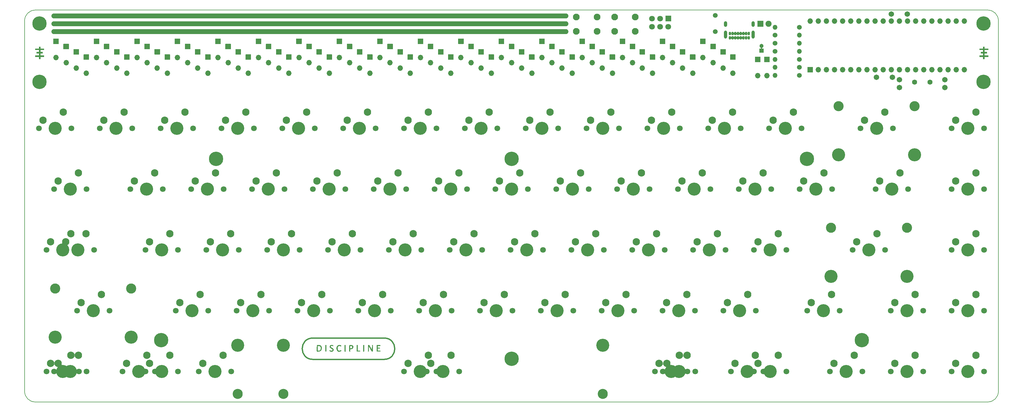
<source format=gbr>
G04 #@! TF.GenerationSoftware,KiCad,Pcbnew,5.1.7-a382d34a8~88~ubuntu20.04.1*
G04 #@! TF.CreationDate,2021-01-20T01:14:40+01:00*
G04 #@! TF.ProjectId,discipline-pcb-blocker,64697363-6970-46c6-996e-652d7063622d,rev?*
G04 #@! TF.SameCoordinates,Original*
G04 #@! TF.FileFunction,Soldermask,Top*
G04 #@! TF.FilePolarity,Negative*
%FSLAX46Y46*%
G04 Gerber Fmt 4.6, Leading zero omitted, Abs format (unit mm)*
G04 Created by KiCad (PCBNEW 5.1.7-a382d34a8~88~ubuntu20.04.1) date 2021-01-20 01:14:40*
%MOMM*%
%LPD*%
G01*
G04 APERTURE LIST*
%ADD10C,1.500000*%
G04 #@! TA.AperFunction,Profile*
%ADD11C,0.150000*%
G04 #@! TD*
%ADD12C,0.010000*%
%ADD13C,0.400000*%
%ADD14C,2.302000*%
%ADD15C,4.102000*%
%ADD16C,1.802000*%
%ADD17C,3.150000*%
%ADD18C,4.089800*%
%ADD19C,4.502000*%
%ADD20O,1.702000X1.702000*%
%ADD21C,3.152000*%
%ADD22C,1.602000*%
%ADD23C,1.702000*%
%ADD24C,1.502000*%
%ADD25O,1.502000X1.502000*%
%ADD26C,1.302000*%
%ADD27C,1.902000*%
%ADD28O,0.752000X1.102000*%
%ADD29O,1.002000X2.502000*%
%ADD30O,1.002000X1.802000*%
%ADD31C,2.102000*%
%ADD32C,0.150000*%
G04 APERTURE END LIST*
D10*
X223254308Y-59503020D02*
X62883004Y-59503020D01*
X223254308Y-61986290D02*
X62883004Y-61986290D01*
X223254308Y-64469560D02*
X62883004Y-64469560D01*
D11*
X355353250Y-180502219D02*
X57076441Y-180502219D01*
X358660309Y-61001809D02*
X358660309Y-177195160D01*
X57073441Y-57694750D02*
X355353250Y-57694750D01*
X53766382Y-177198159D02*
X53766382Y-61001809D01*
X355353250Y-57694750D02*
G75*
G02*
X358660309Y-61001809I0J-3307059D01*
G01*
X358660309Y-177195160D02*
G75*
G02*
X355353250Y-180502219I-3307059J0D01*
G01*
X57076441Y-180502218D02*
G75*
G02*
X53766382Y-177198159I-3000J3307059D01*
G01*
X53766382Y-61001809D02*
G75*
G02*
X57073441Y-57694750I3307059J0D01*
G01*
D12*
G36*
X354287356Y-69739610D02*
G01*
X354856739Y-69741787D01*
X355426122Y-69743963D01*
X355426122Y-70150363D01*
X354287356Y-70154715D01*
X354287356Y-70814996D01*
X355007023Y-70814996D01*
X355007023Y-71246796D01*
X354287356Y-71246796D01*
X354287356Y-71924010D01*
X354856739Y-71926187D01*
X355426122Y-71928363D01*
X355428385Y-72142146D01*
X355430647Y-72355929D01*
X354287356Y-72355929D01*
X354287356Y-72973996D01*
X353847089Y-72973996D01*
X353847089Y-72355929D01*
X352712556Y-72355929D01*
X352712556Y-71924130D01*
X353847089Y-71924130D01*
X353847089Y-71246796D01*
X353135889Y-71246796D01*
X353135889Y-70814996D01*
X353847089Y-70814996D01*
X353847089Y-70154596D01*
X352712556Y-70154596D01*
X352712556Y-69739730D01*
X353846870Y-69739730D01*
X353851322Y-69151296D01*
X354069339Y-69149037D01*
X354287356Y-69146777D01*
X354287356Y-69739610D01*
G37*
X354287356Y-69739610D02*
X354856739Y-69741787D01*
X355426122Y-69743963D01*
X355426122Y-70150363D01*
X354287356Y-70154715D01*
X354287356Y-70814996D01*
X355007023Y-70814996D01*
X355007023Y-71246796D01*
X354287356Y-71246796D01*
X354287356Y-71924010D01*
X354856739Y-71926187D01*
X355426122Y-71928363D01*
X355428385Y-72142146D01*
X355430647Y-72355929D01*
X354287356Y-72355929D01*
X354287356Y-72973996D01*
X353847089Y-72973996D01*
X353847089Y-72355929D01*
X352712556Y-72355929D01*
X352712556Y-71924130D01*
X353847089Y-71924130D01*
X353847089Y-71246796D01*
X353135889Y-71246796D01*
X353135889Y-70814996D01*
X353847089Y-70814996D01*
X353847089Y-70154596D01*
X352712556Y-70154596D01*
X352712556Y-69739730D01*
X353846870Y-69739730D01*
X353851322Y-69151296D01*
X354069339Y-69149037D01*
X354287356Y-69146777D01*
X354287356Y-69739610D01*
G36*
X58671725Y-69739610D02*
G01*
X59241108Y-69741787D01*
X59810491Y-69743963D01*
X59810491Y-70150363D01*
X58671725Y-70154715D01*
X58671725Y-70814996D01*
X59391392Y-70814996D01*
X59391392Y-71246796D01*
X58671725Y-71246796D01*
X58671725Y-71924010D01*
X59241108Y-71926187D01*
X59810491Y-71928363D01*
X59812754Y-72142146D01*
X59815016Y-72355929D01*
X58671725Y-72355929D01*
X58671725Y-72973996D01*
X58231458Y-72973996D01*
X58231458Y-72355929D01*
X57096925Y-72355929D01*
X57096925Y-71924130D01*
X58231458Y-71924130D01*
X58231458Y-71246796D01*
X57520258Y-71246796D01*
X57520258Y-70814996D01*
X58231458Y-70814996D01*
X58231458Y-70154596D01*
X57096925Y-70154596D01*
X57096925Y-69739730D01*
X58231239Y-69739730D01*
X58235691Y-69151296D01*
X58453708Y-69149037D01*
X58671725Y-69146777D01*
X58671725Y-69739610D01*
G37*
X58671725Y-69739610D02*
X59241108Y-69741787D01*
X59810491Y-69743963D01*
X59810491Y-70150363D01*
X58671725Y-70154715D01*
X58671725Y-70814996D01*
X59391392Y-70814996D01*
X59391392Y-71246796D01*
X58671725Y-71246796D01*
X58671725Y-71924010D01*
X59241108Y-71926187D01*
X59810491Y-71928363D01*
X59812754Y-72142146D01*
X59815016Y-72355929D01*
X58671725Y-72355929D01*
X58671725Y-72973996D01*
X58231458Y-72973996D01*
X58231458Y-72355929D01*
X57096925Y-72355929D01*
X57096925Y-71924130D01*
X58231458Y-71924130D01*
X58231458Y-71246796D01*
X57520258Y-71246796D01*
X57520258Y-70814996D01*
X58231458Y-70814996D01*
X58231458Y-70154596D01*
X57096925Y-70154596D01*
X57096925Y-69739730D01*
X58231239Y-69739730D01*
X58235691Y-69151296D01*
X58453708Y-69149037D01*
X58671725Y-69146777D01*
X58671725Y-69739610D01*
G36*
X150058620Y-162650150D02*
G01*
X150181691Y-162684296D01*
X150274180Y-162728554D01*
X150316406Y-162773391D01*
X150334272Y-162857763D01*
X150327489Y-162931595D01*
X150307760Y-162961945D01*
X150264101Y-162958916D01*
X150187416Y-162930900D01*
X150153942Y-162914901D01*
X149996013Y-162858251D01*
X149846929Y-162847564D01*
X149717597Y-162878974D01*
X149618923Y-162948617D01*
X149561814Y-163052629D01*
X149552032Y-163128169D01*
X149575421Y-163240997D01*
X149649293Y-163340158D01*
X149779204Y-163431459D01*
X149898620Y-163490354D01*
X150125834Y-163606298D01*
X150289152Y-163724770D01*
X150372520Y-163819849D01*
X150414719Y-163927832D01*
X150432425Y-164068767D01*
X150424946Y-164214800D01*
X150391589Y-164338078D01*
X150385724Y-164350194D01*
X150276350Y-164493769D01*
X150122757Y-164598390D01*
X149935744Y-164660265D01*
X149726111Y-164675603D01*
X149535708Y-164648620D01*
X149419119Y-164610095D01*
X149316971Y-164558593D01*
X149253173Y-164506351D01*
X149250539Y-164502652D01*
X149229230Y-164437173D01*
X149229852Y-164361057D01*
X149251456Y-164308359D01*
X149256050Y-164304820D01*
X149300715Y-164307535D01*
X149379113Y-164335935D01*
X149422808Y-164356995D01*
X149596979Y-164424087D01*
X149764628Y-164446056D01*
X149915771Y-164426186D01*
X150040425Y-164367761D01*
X150128607Y-164274064D01*
X150170333Y-164148378D01*
X150172340Y-164110470D01*
X150150853Y-164021260D01*
X150082869Y-163932090D01*
X149963105Y-163838044D01*
X149786278Y-163734206D01*
X149744317Y-163712201D01*
X149560379Y-163608427D01*
X149431276Y-163511457D01*
X149348801Y-163411095D01*
X149304745Y-163297144D01*
X149290899Y-163159409D01*
X149290849Y-163148930D01*
X149316523Y-162961799D01*
X149393178Y-162815336D01*
X149520261Y-162710107D01*
X149697220Y-162646681D01*
X149793478Y-162631877D01*
X149923154Y-162631036D01*
X150058620Y-162650150D01*
G37*
X150058620Y-162650150D02*
X150181691Y-162684296D01*
X150274180Y-162728554D01*
X150316406Y-162773391D01*
X150334272Y-162857763D01*
X150327489Y-162931595D01*
X150307760Y-162961945D01*
X150264101Y-162958916D01*
X150187416Y-162930900D01*
X150153942Y-162914901D01*
X149996013Y-162858251D01*
X149846929Y-162847564D01*
X149717597Y-162878974D01*
X149618923Y-162948617D01*
X149561814Y-163052629D01*
X149552032Y-163128169D01*
X149575421Y-163240997D01*
X149649293Y-163340158D01*
X149779204Y-163431459D01*
X149898620Y-163490354D01*
X150125834Y-163606298D01*
X150289152Y-163724770D01*
X150372520Y-163819849D01*
X150414719Y-163927832D01*
X150432425Y-164068767D01*
X150424946Y-164214800D01*
X150391589Y-164338078D01*
X150385724Y-164350194D01*
X150276350Y-164493769D01*
X150122757Y-164598390D01*
X149935744Y-164660265D01*
X149726111Y-164675603D01*
X149535708Y-164648620D01*
X149419119Y-164610095D01*
X149316971Y-164558593D01*
X149253173Y-164506351D01*
X149250539Y-164502652D01*
X149229230Y-164437173D01*
X149229852Y-164361057D01*
X149251456Y-164308359D01*
X149256050Y-164304820D01*
X149300715Y-164307535D01*
X149379113Y-164335935D01*
X149422808Y-164356995D01*
X149596979Y-164424087D01*
X149764628Y-164446056D01*
X149915771Y-164426186D01*
X150040425Y-164367761D01*
X150128607Y-164274064D01*
X150170333Y-164148378D01*
X150172340Y-164110470D01*
X150150853Y-164021260D01*
X150082869Y-163932090D01*
X149963105Y-163838044D01*
X149786278Y-163734206D01*
X149744317Y-163712201D01*
X149560379Y-163608427D01*
X149431276Y-163511457D01*
X149348801Y-163411095D01*
X149304745Y-163297144D01*
X149290899Y-163159409D01*
X149290849Y-163148930D01*
X149316523Y-162961799D01*
X149393178Y-162815336D01*
X149520261Y-162710107D01*
X149697220Y-162646681D01*
X149793478Y-162631877D01*
X149923154Y-162631036D01*
X150058620Y-162650150D01*
G36*
X152408386Y-162635959D02*
G01*
X152621244Y-162690119D01*
X152679962Y-162716878D01*
X152784487Y-162784344D01*
X152836756Y-162860616D01*
X152849461Y-162949349D01*
X152834489Y-163012693D01*
X152786729Y-163026512D01*
X152701921Y-162991031D01*
X152651765Y-162959858D01*
X152513590Y-162891158D01*
X152352941Y-162860803D01*
X152332306Y-162859344D01*
X152143062Y-162872186D01*
X151989583Y-162938547D01*
X151866387Y-163061565D01*
X151806649Y-163160111D01*
X151768065Y-163242415D01*
X151743490Y-163320306D01*
X151729877Y-163412270D01*
X151724181Y-163536793D01*
X151723274Y-163666152D01*
X151725317Y-163830258D01*
X151733073Y-163946696D01*
X151749257Y-164033021D01*
X151776585Y-164106793D01*
X151798048Y-164149694D01*
X151908533Y-164293309D01*
X152054800Y-164390362D01*
X152224605Y-164438527D01*
X152405703Y-164435479D01*
X152585849Y-164378891D01*
X152687818Y-164318677D01*
X152759436Y-164274662D01*
X152811380Y-164254634D01*
X152813691Y-164254519D01*
X152844489Y-164280286D01*
X152849916Y-164343086D01*
X152833021Y-164421166D01*
X152796856Y-164492776D01*
X152777122Y-164515256D01*
X152656447Y-164591254D01*
X152493250Y-164643959D01*
X152307205Y-164669959D01*
X152117982Y-164665847D01*
X152012312Y-164647796D01*
X151824801Y-164571180D01*
X151668871Y-164441890D01*
X151547844Y-164266117D01*
X151465039Y-164050050D01*
X151423778Y-163799878D01*
X151424759Y-163552590D01*
X151466364Y-163300088D01*
X151547477Y-163078068D01*
X151663241Y-162897078D01*
X151776084Y-162789979D01*
X151967945Y-162687333D01*
X152184666Y-162635512D01*
X152408386Y-162635959D01*
G37*
X152408386Y-162635959D02*
X152621244Y-162690119D01*
X152679962Y-162716878D01*
X152784487Y-162784344D01*
X152836756Y-162860616D01*
X152849461Y-162949349D01*
X152834489Y-163012693D01*
X152786729Y-163026512D01*
X152701921Y-162991031D01*
X152651765Y-162959858D01*
X152513590Y-162891158D01*
X152352941Y-162860803D01*
X152332306Y-162859344D01*
X152143062Y-162872186D01*
X151989583Y-162938547D01*
X151866387Y-163061565D01*
X151806649Y-163160111D01*
X151768065Y-163242415D01*
X151743490Y-163320306D01*
X151729877Y-163412270D01*
X151724181Y-163536793D01*
X151723274Y-163666152D01*
X151725317Y-163830258D01*
X151733073Y-163946696D01*
X151749257Y-164033021D01*
X151776585Y-164106793D01*
X151798048Y-164149694D01*
X151908533Y-164293309D01*
X152054800Y-164390362D01*
X152224605Y-164438527D01*
X152405703Y-164435479D01*
X152585849Y-164378891D01*
X152687818Y-164318677D01*
X152759436Y-164274662D01*
X152811380Y-164254634D01*
X152813691Y-164254519D01*
X152844489Y-164280286D01*
X152849916Y-164343086D01*
X152833021Y-164421166D01*
X152796856Y-164492776D01*
X152777122Y-164515256D01*
X152656447Y-164591254D01*
X152493250Y-164643959D01*
X152307205Y-164669959D01*
X152117982Y-164665847D01*
X152012312Y-164647796D01*
X151824801Y-164571180D01*
X151668871Y-164441890D01*
X151547844Y-164266117D01*
X151465039Y-164050050D01*
X151423778Y-163799878D01*
X151424759Y-163552590D01*
X151466364Y-163300088D01*
X151547477Y-163078068D01*
X151663241Y-162897078D01*
X151776084Y-162789979D01*
X151967945Y-162687333D01*
X152184666Y-162635512D01*
X152408386Y-162635959D01*
G36*
X145844792Y-162663531D02*
G01*
X146057901Y-162687634D01*
X146234495Y-162736457D01*
X146387427Y-162812457D01*
X146394580Y-162816950D01*
X146546193Y-162950535D01*
X146660045Y-163130150D01*
X146732980Y-163346453D01*
X146761840Y-163590101D01*
X146743731Y-163850102D01*
X146681412Y-164098167D01*
X146579948Y-164296471D01*
X146436000Y-164449859D01*
X146254602Y-164559414D01*
X146163426Y-164588215D01*
X146035359Y-164612240D01*
X145884217Y-164630801D01*
X145723819Y-164643212D01*
X145567982Y-164648785D01*
X145430523Y-164646834D01*
X145325259Y-164636671D01*
X145266009Y-164617610D01*
X145258782Y-164608931D01*
X145254647Y-164565780D01*
X145251459Y-164465980D01*
X145249295Y-164318171D01*
X145248228Y-164130992D01*
X145248335Y-163913086D01*
X145249689Y-163673092D01*
X145250169Y-163617489D01*
X145256898Y-162883310D01*
X145503703Y-162883310D01*
X145503703Y-164417758D01*
X145757967Y-164417758D01*
X145915175Y-164412346D01*
X146032635Y-164393063D01*
X146135227Y-164355341D01*
X146157903Y-164344300D01*
X146295793Y-164246591D01*
X146392863Y-164109937D01*
X146452488Y-163927864D01*
X146476152Y-163734335D01*
X146474971Y-163502917D01*
X146439735Y-163316878D01*
X146367335Y-163164100D01*
X146310872Y-163090229D01*
X146204191Y-162989823D01*
X146084972Y-162926035D01*
X145936269Y-162892618D01*
X145749610Y-162883310D01*
X145503703Y-162883310D01*
X145256898Y-162883310D01*
X145258844Y-162671099D01*
X145582316Y-162661693D01*
X145844792Y-162663531D01*
G37*
X145844792Y-162663531D02*
X146057901Y-162687634D01*
X146234495Y-162736457D01*
X146387427Y-162812457D01*
X146394580Y-162816950D01*
X146546193Y-162950535D01*
X146660045Y-163130150D01*
X146732980Y-163346453D01*
X146761840Y-163590101D01*
X146743731Y-163850102D01*
X146681412Y-164098167D01*
X146579948Y-164296471D01*
X146436000Y-164449859D01*
X146254602Y-164559414D01*
X146163426Y-164588215D01*
X146035359Y-164612240D01*
X145884217Y-164630801D01*
X145723819Y-164643212D01*
X145567982Y-164648785D01*
X145430523Y-164646834D01*
X145325259Y-164636671D01*
X145266009Y-164617610D01*
X145258782Y-164608931D01*
X145254647Y-164565780D01*
X145251459Y-164465980D01*
X145249295Y-164318171D01*
X145248228Y-164130992D01*
X145248335Y-163913086D01*
X145249689Y-163673092D01*
X145250169Y-163617489D01*
X145256898Y-162883310D01*
X145503703Y-162883310D01*
X145503703Y-164417758D01*
X145757967Y-164417758D01*
X145915175Y-164412346D01*
X146032635Y-164393063D01*
X146135227Y-164355341D01*
X146157903Y-164344300D01*
X146295793Y-164246591D01*
X146392863Y-164109937D01*
X146452488Y-163927864D01*
X146476152Y-163734335D01*
X146474971Y-163502917D01*
X146439735Y-163316878D01*
X146367335Y-163164100D01*
X146310872Y-163090229D01*
X146204191Y-162989823D01*
X146084972Y-162926035D01*
X145936269Y-162892618D01*
X145749610Y-162883310D01*
X145503703Y-162883310D01*
X145256898Y-162883310D01*
X145258844Y-162671099D01*
X145582316Y-162661693D01*
X145844792Y-162663531D01*
G36*
X148131852Y-164629968D02*
G01*
X148025522Y-164640216D01*
X147939522Y-164635155D01*
X147902579Y-164607170D01*
X147898618Y-164564485D01*
X147895587Y-164465130D01*
X147893557Y-164317724D01*
X147892596Y-164130887D01*
X147892773Y-163913238D01*
X147894159Y-163673398D01*
X147894642Y-163617489D01*
X147903317Y-162671099D01*
X148131852Y-162671099D01*
X148131852Y-164629968D01*
G37*
X148131852Y-164629968D02*
X148025522Y-164640216D01*
X147939522Y-164635155D01*
X147902579Y-164607170D01*
X147898618Y-164564485D01*
X147895587Y-164465130D01*
X147893557Y-164317724D01*
X147892596Y-164130887D01*
X147892773Y-163913238D01*
X147894159Y-163673398D01*
X147894642Y-163617489D01*
X147903317Y-162671099D01*
X148131852Y-162671099D01*
X148131852Y-164629968D01*
G36*
X154155374Y-164646292D02*
G01*
X154040082Y-164646292D01*
X153959195Y-164635741D01*
X153911587Y-164609863D01*
X153908977Y-164605085D01*
X153905221Y-164562951D01*
X153902376Y-164464122D01*
X153900505Y-164317194D01*
X153899669Y-164130761D01*
X153899931Y-163913418D01*
X153901352Y-163673761D01*
X153901840Y-163617489D01*
X153910515Y-162671099D01*
X154032944Y-162660967D01*
X154155374Y-162650834D01*
X154155374Y-164646292D01*
G37*
X154155374Y-164646292D02*
X154040082Y-164646292D01*
X153959195Y-164635741D01*
X153911587Y-164609863D01*
X153908977Y-164605085D01*
X153905221Y-164562951D01*
X153902376Y-164464122D01*
X153900505Y-164317194D01*
X153899669Y-164130761D01*
X153899931Y-163913418D01*
X153901352Y-163673761D01*
X153901840Y-163617489D01*
X153910515Y-162671099D01*
X154032944Y-162660967D01*
X154155374Y-162650834D01*
X154155374Y-164646292D01*
G36*
X155863650Y-162660711D02*
G01*
X156033793Y-162669015D01*
X156154340Y-162680525D01*
X156240993Y-162698121D01*
X156309451Y-162724684D01*
X156356603Y-162751175D01*
X156483192Y-162851186D01*
X156561203Y-162971445D01*
X156597976Y-163126571D01*
X156603301Y-163242436D01*
X156579591Y-163453977D01*
X156508446Y-163622394D01*
X156388472Y-163748994D01*
X156218272Y-163835080D01*
X155996453Y-163881960D01*
X155912375Y-163889009D01*
X155657173Y-163903782D01*
X155657173Y-164646292D01*
X155548347Y-164646292D01*
X155467677Y-164640319D01*
X155419230Y-164625812D01*
X155417756Y-164624527D01*
X155412174Y-164587498D01*
X155407121Y-164493586D01*
X155402789Y-164351203D01*
X155399368Y-164168760D01*
X155397049Y-163954668D01*
X155396024Y-163717340D01*
X155395991Y-163665414D01*
X155396428Y-163387409D01*
X155397972Y-163167721D01*
X155400974Y-162999379D01*
X155405476Y-162883310D01*
X155657173Y-162883310D01*
X155657173Y-163269643D01*
X155658914Y-163422368D01*
X155663650Y-163550448D01*
X155670653Y-163640207D01*
X155678938Y-163677740D01*
X155730938Y-163694686D01*
X155824375Y-163698293D01*
X155936910Y-163689223D01*
X156046201Y-163668137D01*
X156051371Y-163666725D01*
X156190303Y-163602535D01*
X156281681Y-163497595D01*
X156329504Y-163346643D01*
X156335892Y-163292377D01*
X156341468Y-163185561D01*
X156329626Y-163116034D01*
X156290997Y-163056290D01*
X156235758Y-162998296D01*
X156171379Y-162937956D01*
X156115104Y-162903537D01*
X156045070Y-162887790D01*
X155939416Y-162883466D01*
X155888973Y-162883310D01*
X155657173Y-162883310D01*
X155405476Y-162883310D01*
X155405783Y-162875408D01*
X155412749Y-162788836D01*
X155422223Y-162732690D01*
X155434555Y-162699996D01*
X155445090Y-162687318D01*
X155493218Y-162668250D01*
X155585445Y-162658270D01*
X155729471Y-162656887D01*
X155863650Y-162660711D01*
G37*
X155863650Y-162660711D02*
X156033793Y-162669015D01*
X156154340Y-162680525D01*
X156240993Y-162698121D01*
X156309451Y-162724684D01*
X156356603Y-162751175D01*
X156483192Y-162851186D01*
X156561203Y-162971445D01*
X156597976Y-163126571D01*
X156603301Y-163242436D01*
X156579591Y-163453977D01*
X156508446Y-163622394D01*
X156388472Y-163748994D01*
X156218272Y-163835080D01*
X155996453Y-163881960D01*
X155912375Y-163889009D01*
X155657173Y-163903782D01*
X155657173Y-164646292D01*
X155548347Y-164646292D01*
X155467677Y-164640319D01*
X155419230Y-164625812D01*
X155417756Y-164624527D01*
X155412174Y-164587498D01*
X155407121Y-164493586D01*
X155402789Y-164351203D01*
X155399368Y-164168760D01*
X155397049Y-163954668D01*
X155396024Y-163717340D01*
X155395991Y-163665414D01*
X155396428Y-163387409D01*
X155397972Y-163167721D01*
X155400974Y-162999379D01*
X155405476Y-162883310D01*
X155657173Y-162883310D01*
X155657173Y-163269643D01*
X155658914Y-163422368D01*
X155663650Y-163550448D01*
X155670653Y-163640207D01*
X155678938Y-163677740D01*
X155730938Y-163694686D01*
X155824375Y-163698293D01*
X155936910Y-163689223D01*
X156046201Y-163668137D01*
X156051371Y-163666725D01*
X156190303Y-163602535D01*
X156281681Y-163497595D01*
X156329504Y-163346643D01*
X156335892Y-163292377D01*
X156341468Y-163185561D01*
X156329626Y-163116034D01*
X156290997Y-163056290D01*
X156235758Y-162998296D01*
X156171379Y-162937956D01*
X156115104Y-162903537D01*
X156045070Y-162887790D01*
X155939416Y-162883466D01*
X155888973Y-162883310D01*
X155657173Y-162883310D01*
X155405476Y-162883310D01*
X155405783Y-162875408D01*
X155412749Y-162788836D01*
X155422223Y-162732690D01*
X155434555Y-162699996D01*
X155445090Y-162687318D01*
X155493218Y-162668250D01*
X155585445Y-162658270D01*
X155729471Y-162656887D01*
X155863650Y-162660711D01*
G36*
X157869063Y-162660967D02*
G01*
X157991492Y-162671099D01*
X158008878Y-164415629D01*
X158742392Y-164434081D01*
X158742392Y-164629968D01*
X158267114Y-164638967D01*
X158097108Y-164640682D01*
X157950808Y-164639315D01*
X157840400Y-164635199D01*
X157778070Y-164628668D01*
X157769235Y-164625364D01*
X157763550Y-164588205D01*
X157758388Y-164493994D01*
X157753938Y-164350974D01*
X157750385Y-164167387D01*
X157747916Y-163951478D01*
X157746718Y-163711488D01*
X157746633Y-163626798D01*
X157746633Y-162650834D01*
X157869063Y-162660967D01*
G37*
X157869063Y-162660967D02*
X157991492Y-162671099D01*
X158008878Y-164415629D01*
X158742392Y-164434081D01*
X158742392Y-164629968D01*
X158267114Y-164638967D01*
X158097108Y-164640682D01*
X157950808Y-164639315D01*
X157840400Y-164635199D01*
X157778070Y-164628668D01*
X157769235Y-164625364D01*
X157763550Y-164588205D01*
X157758388Y-164493994D01*
X157753938Y-164350974D01*
X157750385Y-164167387D01*
X157747916Y-163951478D01*
X157746718Y-163711488D01*
X157746633Y-163626798D01*
X157746633Y-162650834D01*
X157869063Y-162660967D01*
G36*
X159893227Y-162660967D02*
G01*
X160015656Y-162671099D01*
X160015656Y-164629968D01*
X159770798Y-164650234D01*
X159770798Y-162650834D01*
X159893227Y-162660967D01*
G37*
X159893227Y-162660967D02*
X160015656Y-162671099D01*
X160015656Y-164629968D01*
X159770798Y-164650234D01*
X159770798Y-162650834D01*
X159893227Y-162660967D01*
G36*
X162734069Y-163640268D02*
G01*
X162725425Y-164629968D01*
X162611158Y-164639583D01*
X162517601Y-164634566D01*
X162445477Y-164609338D01*
X162442159Y-164606936D01*
X162412497Y-164568132D01*
X162356197Y-164479783D01*
X162277860Y-164349678D01*
X162182092Y-164185608D01*
X162073495Y-163995362D01*
X161956674Y-163786732D01*
X161944856Y-163765409D01*
X161502285Y-162966146D01*
X161493546Y-163798057D01*
X161484808Y-164629968D01*
X161378221Y-164640235D01*
X161271634Y-164650501D01*
X161280277Y-163660800D01*
X161288921Y-162671099D01*
X161440339Y-162661298D01*
X161541129Y-162660739D01*
X161603506Y-162681279D01*
X161652550Y-162730572D01*
X161684699Y-162780561D01*
X161742835Y-162879148D01*
X161821926Y-163017470D01*
X161916944Y-163186666D01*
X162022859Y-163377872D01*
X162105117Y-163527999D01*
X162496890Y-164246351D01*
X162529538Y-162671099D01*
X162636125Y-162660833D01*
X162742713Y-162650567D01*
X162734069Y-163640268D01*
G37*
X162734069Y-163640268D02*
X162725425Y-164629968D01*
X162611158Y-164639583D01*
X162517601Y-164634566D01*
X162445477Y-164609338D01*
X162442159Y-164606936D01*
X162412497Y-164568132D01*
X162356197Y-164479783D01*
X162277860Y-164349678D01*
X162182092Y-164185608D01*
X162073495Y-163995362D01*
X161956674Y-163786732D01*
X161944856Y-163765409D01*
X161502285Y-162966146D01*
X161493546Y-163798057D01*
X161484808Y-164629968D01*
X161378221Y-164640235D01*
X161271634Y-164650501D01*
X161280277Y-163660800D01*
X161288921Y-162671099D01*
X161440339Y-162661298D01*
X161541129Y-162660739D01*
X161603506Y-162681279D01*
X161652550Y-162730572D01*
X161684699Y-162780561D01*
X161742835Y-162879148D01*
X161821926Y-163017470D01*
X161916944Y-163186666D01*
X162022859Y-163377872D01*
X162105117Y-163527999D01*
X162496890Y-164246351D01*
X162529538Y-162671099D01*
X162636125Y-162660833D01*
X162742713Y-162650567D01*
X162734069Y-163640268D01*
G36*
X164749072Y-162655368D02*
G01*
X164884771Y-162657925D01*
X164975079Y-162663614D01*
X165029945Y-162673607D01*
X165059319Y-162689070D01*
X165073151Y-162711174D01*
X165074608Y-162715472D01*
X165081021Y-162794519D01*
X165073315Y-162829739D01*
X165056010Y-162852466D01*
X165017542Y-162867835D01*
X164947162Y-162877197D01*
X164834122Y-162881902D01*
X164667674Y-162883300D01*
X164646928Y-162883310D01*
X164241098Y-162883310D01*
X164250485Y-163185303D01*
X164259872Y-163487295D01*
X164610836Y-163496561D01*
X164961800Y-163505828D01*
X164961800Y-163699506D01*
X164243548Y-163699506D01*
X164243548Y-164415807D01*
X165076068Y-164434081D01*
X165076068Y-164629968D01*
X164569186Y-164638922D01*
X164353731Y-164640947D01*
X164197101Y-164638059D01*
X164092985Y-164629900D01*
X164035072Y-164616111D01*
X164022335Y-164607907D01*
X164009968Y-164563582D01*
X163999695Y-164464305D01*
X163991522Y-164320384D01*
X163985452Y-164142124D01*
X163981490Y-163939834D01*
X163979639Y-163723818D01*
X163979905Y-163504386D01*
X163982291Y-163291842D01*
X163986802Y-163096495D01*
X163993442Y-162928651D01*
X164002214Y-162798616D01*
X164013125Y-162716699D01*
X164021543Y-162693953D01*
X164067798Y-162676565D01*
X164168692Y-162664409D01*
X164327682Y-162657231D01*
X164548224Y-162654779D01*
X164558032Y-162654776D01*
X164749072Y-162655368D01*
G37*
X164749072Y-162655368D02*
X164884771Y-162657925D01*
X164975079Y-162663614D01*
X165029945Y-162673607D01*
X165059319Y-162689070D01*
X165073151Y-162711174D01*
X165074608Y-162715472D01*
X165081021Y-162794519D01*
X165073315Y-162829739D01*
X165056010Y-162852466D01*
X165017542Y-162867835D01*
X164947162Y-162877197D01*
X164834122Y-162881902D01*
X164667674Y-162883300D01*
X164646928Y-162883310D01*
X164241098Y-162883310D01*
X164250485Y-163185303D01*
X164259872Y-163487295D01*
X164610836Y-163496561D01*
X164961800Y-163505828D01*
X164961800Y-163699506D01*
X164243548Y-163699506D01*
X164243548Y-164415807D01*
X165076068Y-164434081D01*
X165076068Y-164629968D01*
X164569186Y-164638922D01*
X164353731Y-164640947D01*
X164197101Y-164638059D01*
X164092985Y-164629900D01*
X164035072Y-164616111D01*
X164022335Y-164607907D01*
X164009968Y-164563582D01*
X163999695Y-164464305D01*
X163991522Y-164320384D01*
X163985452Y-164142124D01*
X163981490Y-163939834D01*
X163979639Y-163723818D01*
X163979905Y-163504386D01*
X163982291Y-163291842D01*
X163986802Y-163096495D01*
X163993442Y-162928651D01*
X164002214Y-162798616D01*
X164013125Y-162716699D01*
X164021543Y-162693953D01*
X164067798Y-162676565D01*
X164168692Y-162664409D01*
X164327682Y-162657231D01*
X164548224Y-162654779D01*
X164558032Y-162654776D01*
X164749072Y-162655368D01*
D13*
X144057456Y-160474210D02*
X166337456Y-160474210D01*
X144037456Y-167154210D02*
X166337456Y-167154210D01*
X144027456Y-167154210D02*
G75*
G02*
X144027456Y-160474210I0J3340000D01*
G01*
X166327456Y-160474210D02*
G75*
G02*
X166327456Y-167154210I0J-3340000D01*
G01*
D10*
X223254308Y-59503020D02*
X62883004Y-59503020D01*
X223254308Y-61986290D02*
X62883004Y-61986290D01*
X223254308Y-64469560D02*
X62883004Y-64469560D01*
D11*
X355353250Y-180502219D02*
X57076441Y-180502219D01*
X358660309Y-61001809D02*
X358660309Y-177195160D01*
X57073441Y-57694750D02*
X355353250Y-57694750D01*
X53766382Y-177198159D02*
X53766382Y-61001809D01*
X355353250Y-57694750D02*
G75*
G02*
X358660309Y-61001809I0J-3307059D01*
G01*
X358660309Y-177195160D02*
G75*
G02*
X355353250Y-180502219I-3307059J0D01*
G01*
X57076441Y-180502218D02*
G75*
G02*
X53766382Y-177198159I-3000J3307059D01*
G01*
X53766382Y-61001809D02*
G75*
G02*
X57073441Y-57694750I3307059J0D01*
G01*
D12*
G36*
X354287356Y-69739610D02*
G01*
X354856739Y-69741787D01*
X355426122Y-69743963D01*
X355426122Y-70150363D01*
X354287356Y-70154715D01*
X354287356Y-70814996D01*
X355007023Y-70814996D01*
X355007023Y-71246796D01*
X354287356Y-71246796D01*
X354287356Y-71924010D01*
X354856739Y-71926187D01*
X355426122Y-71928363D01*
X355428385Y-72142146D01*
X355430647Y-72355929D01*
X354287356Y-72355929D01*
X354287356Y-72973996D01*
X353847089Y-72973996D01*
X353847089Y-72355929D01*
X352712556Y-72355929D01*
X352712556Y-71924130D01*
X353847089Y-71924130D01*
X353847089Y-71246796D01*
X353135889Y-71246796D01*
X353135889Y-70814996D01*
X353847089Y-70814996D01*
X353847089Y-70154596D01*
X352712556Y-70154596D01*
X352712556Y-69739730D01*
X353846870Y-69739730D01*
X353851322Y-69151296D01*
X354069339Y-69149037D01*
X354287356Y-69146777D01*
X354287356Y-69739610D01*
G37*
X354287356Y-69739610D02*
X354856739Y-69741787D01*
X355426122Y-69743963D01*
X355426122Y-70150363D01*
X354287356Y-70154715D01*
X354287356Y-70814996D01*
X355007023Y-70814996D01*
X355007023Y-71246796D01*
X354287356Y-71246796D01*
X354287356Y-71924010D01*
X354856739Y-71926187D01*
X355426122Y-71928363D01*
X355428385Y-72142146D01*
X355430647Y-72355929D01*
X354287356Y-72355929D01*
X354287356Y-72973996D01*
X353847089Y-72973996D01*
X353847089Y-72355929D01*
X352712556Y-72355929D01*
X352712556Y-71924130D01*
X353847089Y-71924130D01*
X353847089Y-71246796D01*
X353135889Y-71246796D01*
X353135889Y-70814996D01*
X353847089Y-70814996D01*
X353847089Y-70154596D01*
X352712556Y-70154596D01*
X352712556Y-69739730D01*
X353846870Y-69739730D01*
X353851322Y-69151296D01*
X354069339Y-69149037D01*
X354287356Y-69146777D01*
X354287356Y-69739610D01*
G36*
X58671725Y-69739610D02*
G01*
X59241108Y-69741787D01*
X59810491Y-69743963D01*
X59810491Y-70150363D01*
X58671725Y-70154715D01*
X58671725Y-70814996D01*
X59391392Y-70814996D01*
X59391392Y-71246796D01*
X58671725Y-71246796D01*
X58671725Y-71924010D01*
X59241108Y-71926187D01*
X59810491Y-71928363D01*
X59812754Y-72142146D01*
X59815016Y-72355929D01*
X58671725Y-72355929D01*
X58671725Y-72973996D01*
X58231458Y-72973996D01*
X58231458Y-72355929D01*
X57096925Y-72355929D01*
X57096925Y-71924130D01*
X58231458Y-71924130D01*
X58231458Y-71246796D01*
X57520258Y-71246796D01*
X57520258Y-70814996D01*
X58231458Y-70814996D01*
X58231458Y-70154596D01*
X57096925Y-70154596D01*
X57096925Y-69739730D01*
X58231239Y-69739730D01*
X58235691Y-69151296D01*
X58453708Y-69149037D01*
X58671725Y-69146777D01*
X58671725Y-69739610D01*
G37*
X58671725Y-69739610D02*
X59241108Y-69741787D01*
X59810491Y-69743963D01*
X59810491Y-70150363D01*
X58671725Y-70154715D01*
X58671725Y-70814996D01*
X59391392Y-70814996D01*
X59391392Y-71246796D01*
X58671725Y-71246796D01*
X58671725Y-71924010D01*
X59241108Y-71926187D01*
X59810491Y-71928363D01*
X59812754Y-72142146D01*
X59815016Y-72355929D01*
X58671725Y-72355929D01*
X58671725Y-72973996D01*
X58231458Y-72973996D01*
X58231458Y-72355929D01*
X57096925Y-72355929D01*
X57096925Y-71924130D01*
X58231458Y-71924130D01*
X58231458Y-71246796D01*
X57520258Y-71246796D01*
X57520258Y-70814996D01*
X58231458Y-70814996D01*
X58231458Y-70154596D01*
X57096925Y-70154596D01*
X57096925Y-69739730D01*
X58231239Y-69739730D01*
X58235691Y-69151296D01*
X58453708Y-69149037D01*
X58671725Y-69146777D01*
X58671725Y-69739610D01*
G36*
X150058620Y-162650150D02*
G01*
X150181691Y-162684296D01*
X150274180Y-162728554D01*
X150316406Y-162773391D01*
X150334272Y-162857763D01*
X150327489Y-162931595D01*
X150307760Y-162961945D01*
X150264101Y-162958916D01*
X150187416Y-162930900D01*
X150153942Y-162914901D01*
X149996013Y-162858251D01*
X149846929Y-162847564D01*
X149717597Y-162878974D01*
X149618923Y-162948617D01*
X149561814Y-163052629D01*
X149552032Y-163128169D01*
X149575421Y-163240997D01*
X149649293Y-163340158D01*
X149779204Y-163431459D01*
X149898620Y-163490354D01*
X150125834Y-163606298D01*
X150289152Y-163724770D01*
X150372520Y-163819849D01*
X150414719Y-163927832D01*
X150432425Y-164068767D01*
X150424946Y-164214800D01*
X150391589Y-164338078D01*
X150385724Y-164350194D01*
X150276350Y-164493769D01*
X150122757Y-164598390D01*
X149935744Y-164660265D01*
X149726111Y-164675603D01*
X149535708Y-164648620D01*
X149419119Y-164610095D01*
X149316971Y-164558593D01*
X149253173Y-164506351D01*
X149250539Y-164502652D01*
X149229230Y-164437173D01*
X149229852Y-164361057D01*
X149251456Y-164308359D01*
X149256050Y-164304820D01*
X149300715Y-164307535D01*
X149379113Y-164335935D01*
X149422808Y-164356995D01*
X149596979Y-164424087D01*
X149764628Y-164446056D01*
X149915771Y-164426186D01*
X150040425Y-164367761D01*
X150128607Y-164274064D01*
X150170333Y-164148378D01*
X150172340Y-164110470D01*
X150150853Y-164021260D01*
X150082869Y-163932090D01*
X149963105Y-163838044D01*
X149786278Y-163734206D01*
X149744317Y-163712201D01*
X149560379Y-163608427D01*
X149431276Y-163511457D01*
X149348801Y-163411095D01*
X149304745Y-163297144D01*
X149290899Y-163159409D01*
X149290849Y-163148930D01*
X149316523Y-162961799D01*
X149393178Y-162815336D01*
X149520261Y-162710107D01*
X149697220Y-162646681D01*
X149793478Y-162631877D01*
X149923154Y-162631036D01*
X150058620Y-162650150D01*
G37*
X150058620Y-162650150D02*
X150181691Y-162684296D01*
X150274180Y-162728554D01*
X150316406Y-162773391D01*
X150334272Y-162857763D01*
X150327489Y-162931595D01*
X150307760Y-162961945D01*
X150264101Y-162958916D01*
X150187416Y-162930900D01*
X150153942Y-162914901D01*
X149996013Y-162858251D01*
X149846929Y-162847564D01*
X149717597Y-162878974D01*
X149618923Y-162948617D01*
X149561814Y-163052629D01*
X149552032Y-163128169D01*
X149575421Y-163240997D01*
X149649293Y-163340158D01*
X149779204Y-163431459D01*
X149898620Y-163490354D01*
X150125834Y-163606298D01*
X150289152Y-163724770D01*
X150372520Y-163819849D01*
X150414719Y-163927832D01*
X150432425Y-164068767D01*
X150424946Y-164214800D01*
X150391589Y-164338078D01*
X150385724Y-164350194D01*
X150276350Y-164493769D01*
X150122757Y-164598390D01*
X149935744Y-164660265D01*
X149726111Y-164675603D01*
X149535708Y-164648620D01*
X149419119Y-164610095D01*
X149316971Y-164558593D01*
X149253173Y-164506351D01*
X149250539Y-164502652D01*
X149229230Y-164437173D01*
X149229852Y-164361057D01*
X149251456Y-164308359D01*
X149256050Y-164304820D01*
X149300715Y-164307535D01*
X149379113Y-164335935D01*
X149422808Y-164356995D01*
X149596979Y-164424087D01*
X149764628Y-164446056D01*
X149915771Y-164426186D01*
X150040425Y-164367761D01*
X150128607Y-164274064D01*
X150170333Y-164148378D01*
X150172340Y-164110470D01*
X150150853Y-164021260D01*
X150082869Y-163932090D01*
X149963105Y-163838044D01*
X149786278Y-163734206D01*
X149744317Y-163712201D01*
X149560379Y-163608427D01*
X149431276Y-163511457D01*
X149348801Y-163411095D01*
X149304745Y-163297144D01*
X149290899Y-163159409D01*
X149290849Y-163148930D01*
X149316523Y-162961799D01*
X149393178Y-162815336D01*
X149520261Y-162710107D01*
X149697220Y-162646681D01*
X149793478Y-162631877D01*
X149923154Y-162631036D01*
X150058620Y-162650150D01*
G36*
X152408386Y-162635959D02*
G01*
X152621244Y-162690119D01*
X152679962Y-162716878D01*
X152784487Y-162784344D01*
X152836756Y-162860616D01*
X152849461Y-162949349D01*
X152834489Y-163012693D01*
X152786729Y-163026512D01*
X152701921Y-162991031D01*
X152651765Y-162959858D01*
X152513590Y-162891158D01*
X152352941Y-162860803D01*
X152332306Y-162859344D01*
X152143062Y-162872186D01*
X151989583Y-162938547D01*
X151866387Y-163061565D01*
X151806649Y-163160111D01*
X151768065Y-163242415D01*
X151743490Y-163320306D01*
X151729877Y-163412270D01*
X151724181Y-163536793D01*
X151723274Y-163666152D01*
X151725317Y-163830258D01*
X151733073Y-163946696D01*
X151749257Y-164033021D01*
X151776585Y-164106793D01*
X151798048Y-164149694D01*
X151908533Y-164293309D01*
X152054800Y-164390362D01*
X152224605Y-164438527D01*
X152405703Y-164435479D01*
X152585849Y-164378891D01*
X152687818Y-164318677D01*
X152759436Y-164274662D01*
X152811380Y-164254634D01*
X152813691Y-164254519D01*
X152844489Y-164280286D01*
X152849916Y-164343086D01*
X152833021Y-164421166D01*
X152796856Y-164492776D01*
X152777122Y-164515256D01*
X152656447Y-164591254D01*
X152493250Y-164643959D01*
X152307205Y-164669959D01*
X152117982Y-164665847D01*
X152012312Y-164647796D01*
X151824801Y-164571180D01*
X151668871Y-164441890D01*
X151547844Y-164266117D01*
X151465039Y-164050050D01*
X151423778Y-163799878D01*
X151424759Y-163552590D01*
X151466364Y-163300088D01*
X151547477Y-163078068D01*
X151663241Y-162897078D01*
X151776084Y-162789979D01*
X151967945Y-162687333D01*
X152184666Y-162635512D01*
X152408386Y-162635959D01*
G37*
X152408386Y-162635959D02*
X152621244Y-162690119D01*
X152679962Y-162716878D01*
X152784487Y-162784344D01*
X152836756Y-162860616D01*
X152849461Y-162949349D01*
X152834489Y-163012693D01*
X152786729Y-163026512D01*
X152701921Y-162991031D01*
X152651765Y-162959858D01*
X152513590Y-162891158D01*
X152352941Y-162860803D01*
X152332306Y-162859344D01*
X152143062Y-162872186D01*
X151989583Y-162938547D01*
X151866387Y-163061565D01*
X151806649Y-163160111D01*
X151768065Y-163242415D01*
X151743490Y-163320306D01*
X151729877Y-163412270D01*
X151724181Y-163536793D01*
X151723274Y-163666152D01*
X151725317Y-163830258D01*
X151733073Y-163946696D01*
X151749257Y-164033021D01*
X151776585Y-164106793D01*
X151798048Y-164149694D01*
X151908533Y-164293309D01*
X152054800Y-164390362D01*
X152224605Y-164438527D01*
X152405703Y-164435479D01*
X152585849Y-164378891D01*
X152687818Y-164318677D01*
X152759436Y-164274662D01*
X152811380Y-164254634D01*
X152813691Y-164254519D01*
X152844489Y-164280286D01*
X152849916Y-164343086D01*
X152833021Y-164421166D01*
X152796856Y-164492776D01*
X152777122Y-164515256D01*
X152656447Y-164591254D01*
X152493250Y-164643959D01*
X152307205Y-164669959D01*
X152117982Y-164665847D01*
X152012312Y-164647796D01*
X151824801Y-164571180D01*
X151668871Y-164441890D01*
X151547844Y-164266117D01*
X151465039Y-164050050D01*
X151423778Y-163799878D01*
X151424759Y-163552590D01*
X151466364Y-163300088D01*
X151547477Y-163078068D01*
X151663241Y-162897078D01*
X151776084Y-162789979D01*
X151967945Y-162687333D01*
X152184666Y-162635512D01*
X152408386Y-162635959D01*
G36*
X145844792Y-162663531D02*
G01*
X146057901Y-162687634D01*
X146234495Y-162736457D01*
X146387427Y-162812457D01*
X146394580Y-162816950D01*
X146546193Y-162950535D01*
X146660045Y-163130150D01*
X146732980Y-163346453D01*
X146761840Y-163590101D01*
X146743731Y-163850102D01*
X146681412Y-164098167D01*
X146579948Y-164296471D01*
X146436000Y-164449859D01*
X146254602Y-164559414D01*
X146163426Y-164588215D01*
X146035359Y-164612240D01*
X145884217Y-164630801D01*
X145723819Y-164643212D01*
X145567982Y-164648785D01*
X145430523Y-164646834D01*
X145325259Y-164636671D01*
X145266009Y-164617610D01*
X145258782Y-164608931D01*
X145254647Y-164565780D01*
X145251459Y-164465980D01*
X145249295Y-164318171D01*
X145248228Y-164130992D01*
X145248335Y-163913086D01*
X145249689Y-163673092D01*
X145250169Y-163617489D01*
X145256898Y-162883310D01*
X145503703Y-162883310D01*
X145503703Y-164417758D01*
X145757967Y-164417758D01*
X145915175Y-164412346D01*
X146032635Y-164393063D01*
X146135227Y-164355341D01*
X146157903Y-164344300D01*
X146295793Y-164246591D01*
X146392863Y-164109937D01*
X146452488Y-163927864D01*
X146476152Y-163734335D01*
X146474971Y-163502917D01*
X146439735Y-163316878D01*
X146367335Y-163164100D01*
X146310872Y-163090229D01*
X146204191Y-162989823D01*
X146084972Y-162926035D01*
X145936269Y-162892618D01*
X145749610Y-162883310D01*
X145503703Y-162883310D01*
X145256898Y-162883310D01*
X145258844Y-162671099D01*
X145582316Y-162661693D01*
X145844792Y-162663531D01*
G37*
X145844792Y-162663531D02*
X146057901Y-162687634D01*
X146234495Y-162736457D01*
X146387427Y-162812457D01*
X146394580Y-162816950D01*
X146546193Y-162950535D01*
X146660045Y-163130150D01*
X146732980Y-163346453D01*
X146761840Y-163590101D01*
X146743731Y-163850102D01*
X146681412Y-164098167D01*
X146579948Y-164296471D01*
X146436000Y-164449859D01*
X146254602Y-164559414D01*
X146163426Y-164588215D01*
X146035359Y-164612240D01*
X145884217Y-164630801D01*
X145723819Y-164643212D01*
X145567982Y-164648785D01*
X145430523Y-164646834D01*
X145325259Y-164636671D01*
X145266009Y-164617610D01*
X145258782Y-164608931D01*
X145254647Y-164565780D01*
X145251459Y-164465980D01*
X145249295Y-164318171D01*
X145248228Y-164130992D01*
X145248335Y-163913086D01*
X145249689Y-163673092D01*
X145250169Y-163617489D01*
X145256898Y-162883310D01*
X145503703Y-162883310D01*
X145503703Y-164417758D01*
X145757967Y-164417758D01*
X145915175Y-164412346D01*
X146032635Y-164393063D01*
X146135227Y-164355341D01*
X146157903Y-164344300D01*
X146295793Y-164246591D01*
X146392863Y-164109937D01*
X146452488Y-163927864D01*
X146476152Y-163734335D01*
X146474971Y-163502917D01*
X146439735Y-163316878D01*
X146367335Y-163164100D01*
X146310872Y-163090229D01*
X146204191Y-162989823D01*
X146084972Y-162926035D01*
X145936269Y-162892618D01*
X145749610Y-162883310D01*
X145503703Y-162883310D01*
X145256898Y-162883310D01*
X145258844Y-162671099D01*
X145582316Y-162661693D01*
X145844792Y-162663531D01*
G36*
X148131852Y-164629968D02*
G01*
X148025522Y-164640216D01*
X147939522Y-164635155D01*
X147902579Y-164607170D01*
X147898618Y-164564485D01*
X147895587Y-164465130D01*
X147893557Y-164317724D01*
X147892596Y-164130887D01*
X147892773Y-163913238D01*
X147894159Y-163673398D01*
X147894642Y-163617489D01*
X147903317Y-162671099D01*
X148131852Y-162671099D01*
X148131852Y-164629968D01*
G37*
X148131852Y-164629968D02*
X148025522Y-164640216D01*
X147939522Y-164635155D01*
X147902579Y-164607170D01*
X147898618Y-164564485D01*
X147895587Y-164465130D01*
X147893557Y-164317724D01*
X147892596Y-164130887D01*
X147892773Y-163913238D01*
X147894159Y-163673398D01*
X147894642Y-163617489D01*
X147903317Y-162671099D01*
X148131852Y-162671099D01*
X148131852Y-164629968D01*
G36*
X154155374Y-164646292D02*
G01*
X154040082Y-164646292D01*
X153959195Y-164635741D01*
X153911587Y-164609863D01*
X153908977Y-164605085D01*
X153905221Y-164562951D01*
X153902376Y-164464122D01*
X153900505Y-164317194D01*
X153899669Y-164130761D01*
X153899931Y-163913418D01*
X153901352Y-163673761D01*
X153901840Y-163617489D01*
X153910515Y-162671099D01*
X154032944Y-162660967D01*
X154155374Y-162650834D01*
X154155374Y-164646292D01*
G37*
X154155374Y-164646292D02*
X154040082Y-164646292D01*
X153959195Y-164635741D01*
X153911587Y-164609863D01*
X153908977Y-164605085D01*
X153905221Y-164562951D01*
X153902376Y-164464122D01*
X153900505Y-164317194D01*
X153899669Y-164130761D01*
X153899931Y-163913418D01*
X153901352Y-163673761D01*
X153901840Y-163617489D01*
X153910515Y-162671099D01*
X154032944Y-162660967D01*
X154155374Y-162650834D01*
X154155374Y-164646292D01*
G36*
X155863650Y-162660711D02*
G01*
X156033793Y-162669015D01*
X156154340Y-162680525D01*
X156240993Y-162698121D01*
X156309451Y-162724684D01*
X156356603Y-162751175D01*
X156483192Y-162851186D01*
X156561203Y-162971445D01*
X156597976Y-163126571D01*
X156603301Y-163242436D01*
X156579591Y-163453977D01*
X156508446Y-163622394D01*
X156388472Y-163748994D01*
X156218272Y-163835080D01*
X155996453Y-163881960D01*
X155912375Y-163889009D01*
X155657173Y-163903782D01*
X155657173Y-164646292D01*
X155548347Y-164646292D01*
X155467677Y-164640319D01*
X155419230Y-164625812D01*
X155417756Y-164624527D01*
X155412174Y-164587498D01*
X155407121Y-164493586D01*
X155402789Y-164351203D01*
X155399368Y-164168760D01*
X155397049Y-163954668D01*
X155396024Y-163717340D01*
X155395991Y-163665414D01*
X155396428Y-163387409D01*
X155397972Y-163167721D01*
X155400974Y-162999379D01*
X155405476Y-162883310D01*
X155657173Y-162883310D01*
X155657173Y-163269643D01*
X155658914Y-163422368D01*
X155663650Y-163550448D01*
X155670653Y-163640207D01*
X155678938Y-163677740D01*
X155730938Y-163694686D01*
X155824375Y-163698293D01*
X155936910Y-163689223D01*
X156046201Y-163668137D01*
X156051371Y-163666725D01*
X156190303Y-163602535D01*
X156281681Y-163497595D01*
X156329504Y-163346643D01*
X156335892Y-163292377D01*
X156341468Y-163185561D01*
X156329626Y-163116034D01*
X156290997Y-163056290D01*
X156235758Y-162998296D01*
X156171379Y-162937956D01*
X156115104Y-162903537D01*
X156045070Y-162887790D01*
X155939416Y-162883466D01*
X155888973Y-162883310D01*
X155657173Y-162883310D01*
X155405476Y-162883310D01*
X155405783Y-162875408D01*
X155412749Y-162788836D01*
X155422223Y-162732690D01*
X155434555Y-162699996D01*
X155445090Y-162687318D01*
X155493218Y-162668250D01*
X155585445Y-162658270D01*
X155729471Y-162656887D01*
X155863650Y-162660711D01*
G37*
X155863650Y-162660711D02*
X156033793Y-162669015D01*
X156154340Y-162680525D01*
X156240993Y-162698121D01*
X156309451Y-162724684D01*
X156356603Y-162751175D01*
X156483192Y-162851186D01*
X156561203Y-162971445D01*
X156597976Y-163126571D01*
X156603301Y-163242436D01*
X156579591Y-163453977D01*
X156508446Y-163622394D01*
X156388472Y-163748994D01*
X156218272Y-163835080D01*
X155996453Y-163881960D01*
X155912375Y-163889009D01*
X155657173Y-163903782D01*
X155657173Y-164646292D01*
X155548347Y-164646292D01*
X155467677Y-164640319D01*
X155419230Y-164625812D01*
X155417756Y-164624527D01*
X155412174Y-164587498D01*
X155407121Y-164493586D01*
X155402789Y-164351203D01*
X155399368Y-164168760D01*
X155397049Y-163954668D01*
X155396024Y-163717340D01*
X155395991Y-163665414D01*
X155396428Y-163387409D01*
X155397972Y-163167721D01*
X155400974Y-162999379D01*
X155405476Y-162883310D01*
X155657173Y-162883310D01*
X155657173Y-163269643D01*
X155658914Y-163422368D01*
X155663650Y-163550448D01*
X155670653Y-163640207D01*
X155678938Y-163677740D01*
X155730938Y-163694686D01*
X155824375Y-163698293D01*
X155936910Y-163689223D01*
X156046201Y-163668137D01*
X156051371Y-163666725D01*
X156190303Y-163602535D01*
X156281681Y-163497595D01*
X156329504Y-163346643D01*
X156335892Y-163292377D01*
X156341468Y-163185561D01*
X156329626Y-163116034D01*
X156290997Y-163056290D01*
X156235758Y-162998296D01*
X156171379Y-162937956D01*
X156115104Y-162903537D01*
X156045070Y-162887790D01*
X155939416Y-162883466D01*
X155888973Y-162883310D01*
X155657173Y-162883310D01*
X155405476Y-162883310D01*
X155405783Y-162875408D01*
X155412749Y-162788836D01*
X155422223Y-162732690D01*
X155434555Y-162699996D01*
X155445090Y-162687318D01*
X155493218Y-162668250D01*
X155585445Y-162658270D01*
X155729471Y-162656887D01*
X155863650Y-162660711D01*
G36*
X157869063Y-162660967D02*
G01*
X157991492Y-162671099D01*
X158008878Y-164415629D01*
X158742392Y-164434081D01*
X158742392Y-164629968D01*
X158267114Y-164638967D01*
X158097108Y-164640682D01*
X157950808Y-164639315D01*
X157840400Y-164635199D01*
X157778070Y-164628668D01*
X157769235Y-164625364D01*
X157763550Y-164588205D01*
X157758388Y-164493994D01*
X157753938Y-164350974D01*
X157750385Y-164167387D01*
X157747916Y-163951478D01*
X157746718Y-163711488D01*
X157746633Y-163626798D01*
X157746633Y-162650834D01*
X157869063Y-162660967D01*
G37*
X157869063Y-162660967D02*
X157991492Y-162671099D01*
X158008878Y-164415629D01*
X158742392Y-164434081D01*
X158742392Y-164629968D01*
X158267114Y-164638967D01*
X158097108Y-164640682D01*
X157950808Y-164639315D01*
X157840400Y-164635199D01*
X157778070Y-164628668D01*
X157769235Y-164625364D01*
X157763550Y-164588205D01*
X157758388Y-164493994D01*
X157753938Y-164350974D01*
X157750385Y-164167387D01*
X157747916Y-163951478D01*
X157746718Y-163711488D01*
X157746633Y-163626798D01*
X157746633Y-162650834D01*
X157869063Y-162660967D01*
G36*
X159893227Y-162660967D02*
G01*
X160015656Y-162671099D01*
X160015656Y-164629968D01*
X159770798Y-164650234D01*
X159770798Y-162650834D01*
X159893227Y-162660967D01*
G37*
X159893227Y-162660967D02*
X160015656Y-162671099D01*
X160015656Y-164629968D01*
X159770798Y-164650234D01*
X159770798Y-162650834D01*
X159893227Y-162660967D01*
G36*
X162734069Y-163640268D02*
G01*
X162725425Y-164629968D01*
X162611158Y-164639583D01*
X162517601Y-164634566D01*
X162445477Y-164609338D01*
X162442159Y-164606936D01*
X162412497Y-164568132D01*
X162356197Y-164479783D01*
X162277860Y-164349678D01*
X162182092Y-164185608D01*
X162073495Y-163995362D01*
X161956674Y-163786732D01*
X161944856Y-163765409D01*
X161502285Y-162966146D01*
X161493546Y-163798057D01*
X161484808Y-164629968D01*
X161378221Y-164640235D01*
X161271634Y-164650501D01*
X161280277Y-163660800D01*
X161288921Y-162671099D01*
X161440339Y-162661298D01*
X161541129Y-162660739D01*
X161603506Y-162681279D01*
X161652550Y-162730572D01*
X161684699Y-162780561D01*
X161742835Y-162879148D01*
X161821926Y-163017470D01*
X161916944Y-163186666D01*
X162022859Y-163377872D01*
X162105117Y-163527999D01*
X162496890Y-164246351D01*
X162529538Y-162671099D01*
X162636125Y-162660833D01*
X162742713Y-162650567D01*
X162734069Y-163640268D01*
G37*
X162734069Y-163640268D02*
X162725425Y-164629968D01*
X162611158Y-164639583D01*
X162517601Y-164634566D01*
X162445477Y-164609338D01*
X162442159Y-164606936D01*
X162412497Y-164568132D01*
X162356197Y-164479783D01*
X162277860Y-164349678D01*
X162182092Y-164185608D01*
X162073495Y-163995362D01*
X161956674Y-163786732D01*
X161944856Y-163765409D01*
X161502285Y-162966146D01*
X161493546Y-163798057D01*
X161484808Y-164629968D01*
X161378221Y-164640235D01*
X161271634Y-164650501D01*
X161280277Y-163660800D01*
X161288921Y-162671099D01*
X161440339Y-162661298D01*
X161541129Y-162660739D01*
X161603506Y-162681279D01*
X161652550Y-162730572D01*
X161684699Y-162780561D01*
X161742835Y-162879148D01*
X161821926Y-163017470D01*
X161916944Y-163186666D01*
X162022859Y-163377872D01*
X162105117Y-163527999D01*
X162496890Y-164246351D01*
X162529538Y-162671099D01*
X162636125Y-162660833D01*
X162742713Y-162650567D01*
X162734069Y-163640268D01*
G36*
X164749072Y-162655368D02*
G01*
X164884771Y-162657925D01*
X164975079Y-162663614D01*
X165029945Y-162673607D01*
X165059319Y-162689070D01*
X165073151Y-162711174D01*
X165074608Y-162715472D01*
X165081021Y-162794519D01*
X165073315Y-162829739D01*
X165056010Y-162852466D01*
X165017542Y-162867835D01*
X164947162Y-162877197D01*
X164834122Y-162881902D01*
X164667674Y-162883300D01*
X164646928Y-162883310D01*
X164241098Y-162883310D01*
X164250485Y-163185303D01*
X164259872Y-163487295D01*
X164610836Y-163496561D01*
X164961800Y-163505828D01*
X164961800Y-163699506D01*
X164243548Y-163699506D01*
X164243548Y-164415807D01*
X165076068Y-164434081D01*
X165076068Y-164629968D01*
X164569186Y-164638922D01*
X164353731Y-164640947D01*
X164197101Y-164638059D01*
X164092985Y-164629900D01*
X164035072Y-164616111D01*
X164022335Y-164607907D01*
X164009968Y-164563582D01*
X163999695Y-164464305D01*
X163991522Y-164320384D01*
X163985452Y-164142124D01*
X163981490Y-163939834D01*
X163979639Y-163723818D01*
X163979905Y-163504386D01*
X163982291Y-163291842D01*
X163986802Y-163096495D01*
X163993442Y-162928651D01*
X164002214Y-162798616D01*
X164013125Y-162716699D01*
X164021543Y-162693953D01*
X164067798Y-162676565D01*
X164168692Y-162664409D01*
X164327682Y-162657231D01*
X164548224Y-162654779D01*
X164558032Y-162654776D01*
X164749072Y-162655368D01*
G37*
X164749072Y-162655368D02*
X164884771Y-162657925D01*
X164975079Y-162663614D01*
X165029945Y-162673607D01*
X165059319Y-162689070D01*
X165073151Y-162711174D01*
X165074608Y-162715472D01*
X165081021Y-162794519D01*
X165073315Y-162829739D01*
X165056010Y-162852466D01*
X165017542Y-162867835D01*
X164947162Y-162877197D01*
X164834122Y-162881902D01*
X164667674Y-162883300D01*
X164646928Y-162883310D01*
X164241098Y-162883310D01*
X164250485Y-163185303D01*
X164259872Y-163487295D01*
X164610836Y-163496561D01*
X164961800Y-163505828D01*
X164961800Y-163699506D01*
X164243548Y-163699506D01*
X164243548Y-164415807D01*
X165076068Y-164434081D01*
X165076068Y-164629968D01*
X164569186Y-164638922D01*
X164353731Y-164640947D01*
X164197101Y-164638059D01*
X164092985Y-164629900D01*
X164035072Y-164616111D01*
X164022335Y-164607907D01*
X164009968Y-164563582D01*
X163999695Y-164464305D01*
X163991522Y-164320384D01*
X163985452Y-164142124D01*
X163981490Y-163939834D01*
X163979639Y-163723818D01*
X163979905Y-163504386D01*
X163982291Y-163291842D01*
X163986802Y-163096495D01*
X163993442Y-162928651D01*
X164002214Y-162798616D01*
X164013125Y-162716699D01*
X164021543Y-162693953D01*
X164067798Y-162676565D01*
X164168692Y-162664409D01*
X164327682Y-162657231D01*
X164548224Y-162654779D01*
X164558032Y-162654776D01*
X164749072Y-162655368D01*
D13*
X144057456Y-160474210D02*
X166337456Y-160474210D01*
X144037456Y-167154210D02*
X166337456Y-167154210D01*
X144027456Y-167154210D02*
G75*
G02*
X144027456Y-160474210I0J3340000D01*
G01*
X166327456Y-160474210D02*
G75*
G02*
X166327456Y-167154210I0J-3340000D01*
G01*
D14*
X282575450Y-165893750D03*
X276225450Y-168433750D03*
D15*
X280035450Y-170973750D03*
D16*
X274955450Y-170973750D03*
X285115450Y-170973750D03*
D17*
X134811423Y-177966640D03*
X234811223Y-177966640D03*
D18*
X134811423Y-162726640D03*
X234811223Y-162726640D03*
X234817573Y-162726640D03*
X120517573Y-162726640D03*
D17*
X234817573Y-177966640D03*
X120517573Y-177966640D03*
D19*
X206213345Y-166958110D03*
X206213345Y-104302994D03*
X298671968Y-104302994D03*
X113754723Y-104302994D03*
X315860803Y-161146960D03*
X96565888Y-161146960D03*
X353970721Y-80221243D03*
X353970721Y-61899530D03*
X58455970Y-61899530D03*
X58455970Y-80221243D03*
D14*
X258763050Y-165883620D03*
X252413050Y-168423620D03*
D15*
X256223050Y-170963620D03*
D16*
X251143050Y-170963620D03*
X261303050Y-170963620D03*
G36*
G01*
X300553430Y-77240182D02*
X298953430Y-77240182D01*
G75*
G02*
X298902430Y-77189182I0J51000D01*
G01*
X298902430Y-75589182D01*
G75*
G02*
X298953430Y-75538182I51000J0D01*
G01*
X300553430Y-75538182D01*
G75*
G02*
X300604430Y-75589182I0J-51000D01*
G01*
X300604430Y-77189182D01*
G75*
G02*
X300553430Y-77240182I-51000J0D01*
G01*
G37*
D20*
X348013430Y-61149182D03*
X302293430Y-76389182D03*
X345473430Y-61149182D03*
X304833430Y-76389182D03*
X342933430Y-61149182D03*
X307373430Y-76389182D03*
X340393430Y-61149182D03*
X309913430Y-76389182D03*
X337853430Y-61149182D03*
X312453430Y-76389182D03*
X335313430Y-61149182D03*
X314993430Y-76389182D03*
X332773430Y-61149182D03*
X317533430Y-76389182D03*
X330233430Y-61149182D03*
X320073430Y-76389182D03*
X327693430Y-61149182D03*
X322613430Y-76389182D03*
X325153430Y-61149182D03*
X325153430Y-76389182D03*
X322613430Y-61149182D03*
X327693430Y-76389182D03*
X320073430Y-61149182D03*
X330233430Y-76389182D03*
X317533430Y-61149182D03*
X332773430Y-76389182D03*
X314993430Y-61149182D03*
X335313430Y-76389182D03*
X312453430Y-61149182D03*
X337853430Y-76389182D03*
X309913430Y-61149182D03*
X340393430Y-76389182D03*
X307373430Y-61149182D03*
X342933430Y-76389182D03*
X304833430Y-61149182D03*
X345473430Y-76389182D03*
X302293430Y-61149182D03*
X348013430Y-76389182D03*
X299753430Y-61149182D03*
D16*
X292280128Y-170973750D03*
X282120128Y-170973750D03*
D15*
X287200128Y-170973750D03*
D14*
X283390128Y-168433750D03*
X289740128Y-165893750D03*
D16*
X263723936Y-170973750D03*
X253563936Y-170973750D03*
D15*
X258643936Y-170973750D03*
D14*
X254833936Y-168433750D03*
X261183936Y-165893750D03*
X180207573Y-165901640D03*
X173857573Y-168441640D03*
D15*
X177667573Y-170981640D03*
D16*
X172587573Y-170981640D03*
X182747573Y-170981640D03*
X101783031Y-170969819D03*
X91623031Y-170969819D03*
D15*
X96703031Y-170969819D03*
D14*
X92893031Y-168429819D03*
X99243031Y-165889819D03*
D16*
X73183700Y-170963620D03*
X63023700Y-170963620D03*
D15*
X68103700Y-170963620D03*
D14*
X64293700Y-168423620D03*
X70643700Y-165883620D03*
X68262500Y-127783620D03*
X61912500Y-130323620D03*
D15*
X65722500Y-132863620D03*
D16*
X60642500Y-132863620D03*
X70802500Y-132863620D03*
G36*
G01*
X256194830Y-59500870D02*
X256194830Y-61200870D01*
G75*
G02*
X256143830Y-61251870I-51000J0D01*
G01*
X254443830Y-61251870D01*
G75*
G02*
X254392830Y-61200870I0J51000D01*
G01*
X254392830Y-59500870D01*
G75*
G02*
X254443830Y-59449870I51000J0D01*
G01*
X256143830Y-59449870D01*
G75*
G02*
X256194830Y-59500870I0J-51000D01*
G01*
G37*
X255293830Y-62890870D03*
X252753830Y-60350870D03*
X252753830Y-62890870D03*
X250213830Y-60350870D03*
X250213830Y-62890870D03*
D14*
X323056250Y-89693750D03*
X316706250Y-92233750D03*
D15*
X320516250Y-94773750D03*
D16*
X315436250Y-94773750D03*
X325596250Y-94773750D03*
D15*
X332416250Y-103013750D03*
X308616250Y-103013750D03*
D21*
X308616250Y-87773750D03*
X332416250Y-87773750D03*
X330035250Y-125873750D03*
X306235250Y-125873750D03*
D15*
X306235250Y-141113750D03*
X330035250Y-141113750D03*
D16*
X323215250Y-132873750D03*
X313055250Y-132873750D03*
D15*
X318135250Y-132873750D03*
D14*
X314325250Y-130333750D03*
X320675250Y-127793750D03*
D21*
X87147450Y-144923750D03*
X63347450Y-144923750D03*
D15*
X63347450Y-160163750D03*
X87147450Y-160163750D03*
D16*
X80327450Y-151923750D03*
X70167450Y-151923750D03*
D15*
X75247450Y-151923750D03*
D14*
X71437450Y-149383750D03*
X77787450Y-146843750D03*
X68262450Y-165883620D03*
X61912450Y-168423620D03*
D15*
X65722450Y-170963620D03*
D16*
X60642450Y-170963620D03*
X70802450Y-170963620D03*
D14*
X92075050Y-165893750D03*
X85725050Y-168433750D03*
D15*
X89535050Y-170973750D03*
D16*
X84455050Y-170973750D03*
X94615050Y-170973750D03*
D14*
X115887450Y-165883620D03*
X109537450Y-168423620D03*
D15*
X113347450Y-170963620D03*
D16*
X108267450Y-170963620D03*
X118427450Y-170963620D03*
D14*
X73025050Y-127783620D03*
X66675050Y-130323620D03*
D15*
X70485050Y-132863620D03*
D16*
X65405050Y-132863620D03*
X75565050Y-132863620D03*
D14*
X306387250Y-146843750D03*
X300037250Y-149383750D03*
D15*
X303847250Y-151923750D03*
D16*
X298767250Y-151923750D03*
X308927250Y-151923750D03*
X73183750Y-113823750D03*
X63023750Y-113823750D03*
D15*
X68103750Y-113823750D03*
D14*
X64293750Y-111283750D03*
X70643750Y-108743750D03*
D16*
X330358250Y-113823750D03*
X320198250Y-113823750D03*
D15*
X325278250Y-113823750D03*
D14*
X321468250Y-111283750D03*
X327818250Y-108743750D03*
X294481250Y-89693750D03*
X288131250Y-92233750D03*
D15*
X291941250Y-94773750D03*
D16*
X286861250Y-94773750D03*
X297021250Y-94773750D03*
D14*
X132556250Y-108743750D03*
X126206250Y-111283750D03*
D15*
X130016250Y-113823750D03*
D16*
X124936250Y-113823750D03*
X135096250Y-113823750D03*
D14*
X65881250Y-89693750D03*
X59531250Y-92233750D03*
D15*
X63341250Y-94773750D03*
D16*
X58261250Y-94773750D03*
X68421250Y-94773750D03*
D14*
X84931250Y-89693750D03*
X78581250Y-92233750D03*
D15*
X82391250Y-94773750D03*
D16*
X77311250Y-94773750D03*
X87471250Y-94773750D03*
D14*
X103981250Y-89693750D03*
X97631250Y-92233750D03*
D15*
X101441250Y-94773750D03*
D16*
X96361250Y-94773750D03*
X106521250Y-94773750D03*
D14*
X123031250Y-89693750D03*
X116681250Y-92233750D03*
D15*
X120491250Y-94773750D03*
D16*
X115411250Y-94773750D03*
X125571250Y-94773750D03*
D14*
X142081250Y-89693750D03*
X135731250Y-92233750D03*
D15*
X139541250Y-94773750D03*
D16*
X134461250Y-94773750D03*
X144621250Y-94773750D03*
D14*
X161131250Y-89693750D03*
X154781250Y-92233750D03*
D15*
X158591250Y-94773750D03*
D16*
X153511250Y-94773750D03*
X163671250Y-94773750D03*
D14*
X180181250Y-89693750D03*
X173831250Y-92233750D03*
D15*
X177641250Y-94773750D03*
D16*
X172561250Y-94773750D03*
X182721250Y-94773750D03*
D14*
X199231250Y-89693750D03*
X192881250Y-92233750D03*
D15*
X196691250Y-94773750D03*
D16*
X191611250Y-94773750D03*
X201771250Y-94773750D03*
D14*
X218281250Y-89693750D03*
X211931250Y-92233750D03*
D15*
X215741250Y-94773750D03*
D16*
X210661250Y-94773750D03*
X220821250Y-94773750D03*
D14*
X237331250Y-89693750D03*
X230981250Y-92233750D03*
D15*
X234791250Y-94773750D03*
D16*
X229711250Y-94773750D03*
X239871250Y-94773750D03*
D14*
X256381250Y-89693750D03*
X250031250Y-92233750D03*
D15*
X253841250Y-94773750D03*
D16*
X248761250Y-94773750D03*
X258921250Y-94773750D03*
D14*
X275431250Y-89693750D03*
X269081250Y-92233750D03*
D15*
X272891250Y-94773750D03*
D16*
X267811250Y-94773750D03*
X277971250Y-94773750D03*
D14*
X351631250Y-89693750D03*
X345281250Y-92233750D03*
D15*
X349091250Y-94773750D03*
D16*
X344011250Y-94773750D03*
X354171250Y-94773750D03*
D14*
X94456250Y-108743750D03*
X88106250Y-111283750D03*
D15*
X91916250Y-113823750D03*
D16*
X86836250Y-113823750D03*
X96996250Y-113823750D03*
D14*
X113506250Y-108743750D03*
X107156250Y-111283750D03*
D15*
X110966250Y-113823750D03*
D16*
X105886250Y-113823750D03*
X116046250Y-113823750D03*
D14*
X151606250Y-108743750D03*
X145256250Y-111283750D03*
D15*
X149066250Y-113823750D03*
D16*
X143986250Y-113823750D03*
X154146250Y-113823750D03*
D14*
X170656250Y-108743750D03*
X164306250Y-111283750D03*
D15*
X168116250Y-113823750D03*
D16*
X163036250Y-113823750D03*
X173196250Y-113823750D03*
D14*
X189706250Y-108743750D03*
X183356250Y-111283750D03*
D15*
X187166250Y-113823750D03*
D16*
X182086250Y-113823750D03*
X192246250Y-113823750D03*
D14*
X208756250Y-108743750D03*
X202406250Y-111283750D03*
D15*
X206216250Y-113823750D03*
D16*
X201136250Y-113823750D03*
X211296250Y-113823750D03*
D14*
X227806250Y-108743750D03*
X221456250Y-111283750D03*
D15*
X225266250Y-113823750D03*
D16*
X220186250Y-113823750D03*
X230346250Y-113823750D03*
D14*
X246856250Y-108743750D03*
X240506250Y-111283750D03*
D15*
X244316250Y-113823750D03*
D16*
X239236250Y-113823750D03*
X249396250Y-113823750D03*
D14*
X265906250Y-108743750D03*
X259556250Y-111283750D03*
D15*
X263366250Y-113823750D03*
D16*
X258286250Y-113823750D03*
X268446250Y-113823750D03*
D14*
X284956250Y-108743750D03*
X278606250Y-111283750D03*
D15*
X282416250Y-113823750D03*
D16*
X277336250Y-113823750D03*
X287496250Y-113823750D03*
D14*
X304006250Y-108743750D03*
X297656250Y-111283750D03*
D15*
X301466250Y-113823750D03*
D16*
X296386250Y-113823750D03*
X306546250Y-113823750D03*
D14*
X351631250Y-108743750D03*
X345281250Y-111283750D03*
D15*
X349091250Y-113823750D03*
D16*
X344011250Y-113823750D03*
X354171250Y-113823750D03*
D14*
X99218750Y-127793750D03*
X92868750Y-130333750D03*
D15*
X96678750Y-132873750D03*
D16*
X91598750Y-132873750D03*
X101758750Y-132873750D03*
D14*
X118268750Y-127793750D03*
X111918750Y-130333750D03*
D15*
X115728750Y-132873750D03*
D16*
X110648750Y-132873750D03*
X120808750Y-132873750D03*
D14*
X137318750Y-127793750D03*
X130968750Y-130333750D03*
D15*
X134778750Y-132873750D03*
D16*
X129698750Y-132873750D03*
X139858750Y-132873750D03*
D14*
X156368250Y-127793750D03*
X150018250Y-130333750D03*
D15*
X153828250Y-132873750D03*
D16*
X148748250Y-132873750D03*
X158908250Y-132873750D03*
D14*
X175418250Y-127793750D03*
X169068250Y-130333750D03*
D15*
X172878250Y-132873750D03*
D16*
X167798250Y-132873750D03*
X177958250Y-132873750D03*
D14*
X194468250Y-127793750D03*
X188118250Y-130333750D03*
D15*
X191928250Y-132873750D03*
D16*
X186848250Y-132873750D03*
X197008250Y-132873750D03*
D14*
X213518250Y-127793750D03*
X207168250Y-130333750D03*
D15*
X210978250Y-132873750D03*
D16*
X205898250Y-132873750D03*
X216058250Y-132873750D03*
D14*
X232568250Y-127793750D03*
X226218250Y-130333750D03*
D15*
X230028250Y-132873750D03*
D16*
X224948250Y-132873750D03*
X235108250Y-132873750D03*
D14*
X251618250Y-127793750D03*
X245268250Y-130333750D03*
D15*
X249078250Y-132873750D03*
D16*
X243998250Y-132873750D03*
X254158250Y-132873750D03*
D14*
X270668250Y-127793750D03*
X264318250Y-130333750D03*
D15*
X268128250Y-132873750D03*
D16*
X263048250Y-132873750D03*
X273208250Y-132873750D03*
D14*
X289718250Y-127793750D03*
X283368250Y-130333750D03*
D15*
X287178250Y-132873750D03*
D16*
X282098250Y-132873750D03*
X292258250Y-132873750D03*
D14*
X351631250Y-127793750D03*
X345281250Y-130333750D03*
D15*
X349091250Y-132873750D03*
D16*
X344011250Y-132873750D03*
X354171250Y-132873750D03*
D14*
X108743750Y-146843750D03*
X102393750Y-149383750D03*
D15*
X106203750Y-151923750D03*
D16*
X101123750Y-151923750D03*
X111283750Y-151923750D03*
D14*
X127793750Y-146843750D03*
X121443750Y-149383750D03*
D15*
X125253750Y-151923750D03*
D16*
X120173750Y-151923750D03*
X130333750Y-151923750D03*
D14*
X146843750Y-146843750D03*
X140493750Y-149383750D03*
D15*
X144303750Y-151923750D03*
D16*
X139223750Y-151923750D03*
X149383750Y-151923750D03*
D14*
X165894250Y-146843750D03*
X159544250Y-149383750D03*
D15*
X163354250Y-151923750D03*
D16*
X158274250Y-151923750D03*
X168434250Y-151923750D03*
D14*
X184944250Y-146843750D03*
X178594250Y-149383750D03*
D15*
X182404250Y-151923750D03*
D16*
X177324250Y-151923750D03*
X187484250Y-151923750D03*
D14*
X203994250Y-146843750D03*
X197644250Y-149383750D03*
D15*
X201454250Y-151923750D03*
D16*
X196374250Y-151923750D03*
X206534250Y-151923750D03*
D14*
X223044250Y-146843750D03*
X216694250Y-149383750D03*
D15*
X220504250Y-151923750D03*
D16*
X215424250Y-151923750D03*
X225584250Y-151923750D03*
D14*
X242094250Y-146843750D03*
X235744250Y-149383750D03*
D15*
X239554250Y-151923750D03*
D16*
X234474250Y-151923750D03*
X244634250Y-151923750D03*
D14*
X261144250Y-146843750D03*
X254794250Y-149383750D03*
D15*
X258604250Y-151923750D03*
D16*
X253524250Y-151923750D03*
X263684250Y-151923750D03*
D14*
X280194250Y-146843750D03*
X273844250Y-149383750D03*
D15*
X277654250Y-151923750D03*
D16*
X272574250Y-151923750D03*
X282734250Y-151923750D03*
D14*
X332581250Y-146843750D03*
X326231250Y-149383750D03*
D15*
X330041250Y-151923750D03*
D16*
X324961250Y-151923750D03*
X335121250Y-151923750D03*
D14*
X351631250Y-146843750D03*
X345281250Y-149383750D03*
D15*
X349091250Y-151923750D03*
D16*
X344011250Y-151923750D03*
X354171250Y-151923750D03*
D14*
X187325250Y-165893750D03*
X180975250Y-168433750D03*
D15*
X184785250Y-170973750D03*
D16*
X179705250Y-170973750D03*
X189865250Y-170973750D03*
D14*
X313531250Y-165893750D03*
X307181250Y-168433750D03*
D15*
X310991250Y-170973750D03*
D16*
X305911250Y-170973750D03*
X316071250Y-170973750D03*
D14*
X332581250Y-165893750D03*
X326231250Y-168433750D03*
D15*
X330041250Y-170973750D03*
D16*
X324961250Y-170973750D03*
X335121250Y-170973750D03*
D14*
X351631250Y-165893750D03*
X345281250Y-168433750D03*
D15*
X349091250Y-170973750D03*
D16*
X344011250Y-170973750D03*
X354171250Y-170973750D03*
D22*
X337251644Y-80256240D03*
X332371644Y-80256240D03*
D23*
X341906112Y-79506040D03*
X341906112Y-82006040D03*
X327680238Y-79506040D03*
X327680238Y-82006040D03*
X330125530Y-58926178D03*
X325125530Y-58926178D03*
X325471062Y-78716416D03*
X320471062Y-78716416D03*
D24*
X296376316Y-75645517D03*
D25*
X288756316Y-75645517D03*
D24*
X296376316Y-73152052D03*
D25*
X288756316Y-73152052D03*
D24*
X296376316Y-78138982D03*
D25*
X288756316Y-78138982D03*
D24*
X288756316Y-70580211D03*
D25*
X296376316Y-70580211D03*
D24*
X288756316Y-68060499D03*
D25*
X296376316Y-68060499D03*
D24*
X288756316Y-65567034D03*
D25*
X296376316Y-65567034D03*
D24*
X296376316Y-63073204D03*
D25*
X288756316Y-63073204D03*
G36*
G01*
X285077677Y-71055866D02*
X283877675Y-71055866D01*
G75*
G02*
X283826676Y-71004867I0J50999D01*
G01*
X283826676Y-69804865D01*
G75*
G02*
X283877675Y-69753866I50999J0D01*
G01*
X285077677Y-69753866D01*
G75*
G02*
X285128676Y-69804865I0J-50999D01*
G01*
X285128676Y-71004867D01*
G75*
G02*
X285077677Y-71055866I-50999J0D01*
G01*
G37*
D26*
X284477676Y-68904866D03*
D27*
X286667716Y-61970830D03*
G36*
G01*
X283176716Y-62870830D02*
X283176716Y-61070830D01*
G75*
G02*
X283227716Y-61019830I51000J0D01*
G01*
X285027716Y-61019830D01*
G75*
G02*
X285078716Y-61070830I0J-51000D01*
G01*
X285078716Y-62870830D01*
G75*
G02*
X285027716Y-62921830I-51000J0D01*
G01*
X283227716Y-62921830D01*
G75*
G02*
X283176716Y-62870830I0J51000D01*
G01*
G37*
D28*
X278823468Y-66391022D03*
X280523468Y-66391022D03*
X279673468Y-66391022D03*
X277973468Y-66391022D03*
X277123468Y-66391022D03*
X276273468Y-66391022D03*
X275423468Y-66391022D03*
X274573468Y-66391022D03*
X280523468Y-65066022D03*
X279668468Y-65066022D03*
X278818468Y-65066022D03*
X277968468Y-65066022D03*
X277118468Y-65066022D03*
X276268468Y-65066022D03*
X275418468Y-65066022D03*
X274568468Y-65066022D03*
D29*
X281873468Y-65411022D03*
X273223468Y-65411022D03*
D30*
X281873468Y-62031022D03*
X273223468Y-62031022D03*
D24*
X270047614Y-59350838D03*
X270047614Y-64450838D03*
D31*
X244985732Y-59836074D03*
X244985732Y-64336074D03*
X238485732Y-59836074D03*
X238485732Y-64336074D03*
X232985732Y-59836074D03*
X232985732Y-64336074D03*
X226485732Y-59836074D03*
X226485732Y-64336074D03*
D20*
X63600284Y-72555612D03*
G36*
G01*
X62800284Y-66624612D02*
X64400284Y-66624612D01*
G75*
G02*
X64451284Y-66675612I0J-51000D01*
G01*
X64451284Y-68275612D01*
G75*
G02*
X64400284Y-68326612I-51000J0D01*
G01*
X62800284Y-68326612D01*
G75*
G02*
X62749284Y-68275612I0J51000D01*
G01*
X62749284Y-66675612D01*
G75*
G02*
X62800284Y-66624612I51000J0D01*
G01*
G37*
X73108673Y-77516199D03*
G36*
G01*
X72308673Y-71585199D02*
X73908673Y-71585199D01*
G75*
G02*
X73959673Y-71636199I0J-51000D01*
G01*
X73959673Y-73236199D01*
G75*
G02*
X73908673Y-73287199I-51000J0D01*
G01*
X72308673Y-73287199D01*
G75*
G02*
X72257673Y-73236199I0J51000D01*
G01*
X72257673Y-71636199D01*
G75*
G02*
X72308673Y-71585199I51000J0D01*
G01*
G37*
X85786525Y-77516199D03*
G36*
G01*
X84986525Y-71585199D02*
X86586525Y-71585199D01*
G75*
G02*
X86637525Y-71636199I0J-51000D01*
G01*
X86637525Y-73236199D01*
G75*
G02*
X86586525Y-73287199I-51000J0D01*
G01*
X84986525Y-73287199D01*
G75*
G02*
X84935525Y-73236199I0J51000D01*
G01*
X84935525Y-71636199D01*
G75*
G02*
X84986525Y-71585199I51000J0D01*
G01*
G37*
X88955988Y-72555612D03*
G36*
G01*
X88155988Y-66624612D02*
X89755988Y-66624612D01*
G75*
G02*
X89806988Y-66675612I0J-51000D01*
G01*
X89806988Y-68275612D01*
G75*
G02*
X89755988Y-68326612I-51000J0D01*
G01*
X88155988Y-68326612D01*
G75*
G02*
X88104988Y-68275612I0J51000D01*
G01*
X88104988Y-66675612D01*
G75*
G02*
X88155988Y-66624612I51000J0D01*
G01*
G37*
X101633840Y-72555612D03*
G36*
G01*
X100833840Y-66624612D02*
X102433840Y-66624612D01*
G75*
G02*
X102484840Y-66675612I0J-51000D01*
G01*
X102484840Y-68275612D01*
G75*
G02*
X102433840Y-68326612I-51000J0D01*
G01*
X100833840Y-68326612D01*
G75*
G02*
X100782840Y-68275612I0J51000D01*
G01*
X100782840Y-66675612D01*
G75*
G02*
X100833840Y-66624612I51000J0D01*
G01*
G37*
X114311692Y-72555612D03*
G36*
G01*
X113511692Y-66624612D02*
X115111692Y-66624612D01*
G75*
G02*
X115162692Y-66675612I0J-51000D01*
G01*
X115162692Y-68275612D01*
G75*
G02*
X115111692Y-68326612I-51000J0D01*
G01*
X113511692Y-68326612D01*
G75*
G02*
X113460692Y-68275612I0J51000D01*
G01*
X113460692Y-66675612D01*
G75*
G02*
X113511692Y-66624612I51000J0D01*
G01*
G37*
X126989544Y-72555612D03*
G36*
G01*
X126189544Y-66624612D02*
X127789544Y-66624612D01*
G75*
G02*
X127840544Y-66675612I0J-51000D01*
G01*
X127840544Y-68275612D01*
G75*
G02*
X127789544Y-68326612I-51000J0D01*
G01*
X126189544Y-68326612D01*
G75*
G02*
X126138544Y-68275612I0J51000D01*
G01*
X126138544Y-66675612D01*
G75*
G02*
X126189544Y-66624612I51000J0D01*
G01*
G37*
X139667396Y-72555612D03*
G36*
G01*
X138867396Y-66624612D02*
X140467396Y-66624612D01*
G75*
G02*
X140518396Y-66675612I0J-51000D01*
G01*
X140518396Y-68275612D01*
G75*
G02*
X140467396Y-68326612I-51000J0D01*
G01*
X138867396Y-68326612D01*
G75*
G02*
X138816396Y-68275612I0J51000D01*
G01*
X138816396Y-66675612D01*
G75*
G02*
X138867396Y-66624612I51000J0D01*
G01*
G37*
X152345248Y-72555612D03*
G36*
G01*
X151545248Y-66624612D02*
X153145248Y-66624612D01*
G75*
G02*
X153196248Y-66675612I0J-51000D01*
G01*
X153196248Y-68275612D01*
G75*
G02*
X153145248Y-68326612I-51000J0D01*
G01*
X151545248Y-68326612D01*
G75*
G02*
X151494248Y-68275612I0J51000D01*
G01*
X151494248Y-66675612D01*
G75*
G02*
X151545248Y-66624612I51000J0D01*
G01*
G37*
X165023100Y-72555612D03*
G36*
G01*
X164223100Y-66624612D02*
X165823100Y-66624612D01*
G75*
G02*
X165874100Y-66675612I0J-51000D01*
G01*
X165874100Y-68275612D01*
G75*
G02*
X165823100Y-68326612I-51000J0D01*
G01*
X164223100Y-68326612D01*
G75*
G02*
X164172100Y-68275612I0J51000D01*
G01*
X164172100Y-66675612D01*
G75*
G02*
X164223100Y-66624612I51000J0D01*
G01*
G37*
X177700952Y-72555612D03*
G36*
G01*
X176900952Y-66624612D02*
X178500952Y-66624612D01*
G75*
G02*
X178551952Y-66675612I0J-51000D01*
G01*
X178551952Y-68275612D01*
G75*
G02*
X178500952Y-68326612I-51000J0D01*
G01*
X176900952Y-68326612D01*
G75*
G02*
X176849952Y-68275612I0J51000D01*
G01*
X176849952Y-66675612D01*
G75*
G02*
X176900952Y-66624612I51000J0D01*
G01*
G37*
X190378804Y-72555612D03*
G36*
G01*
X189578804Y-66624612D02*
X191178804Y-66624612D01*
G75*
G02*
X191229804Y-66675612I0J-51000D01*
G01*
X191229804Y-68275612D01*
G75*
G02*
X191178804Y-68326612I-51000J0D01*
G01*
X189578804Y-68326612D01*
G75*
G02*
X189527804Y-68275612I0J51000D01*
G01*
X189527804Y-66675612D01*
G75*
G02*
X189578804Y-66624612I51000J0D01*
G01*
G37*
X203056656Y-72555612D03*
G36*
G01*
X202256656Y-66624612D02*
X203856656Y-66624612D01*
G75*
G02*
X203907656Y-66675612I0J-51000D01*
G01*
X203907656Y-68275612D01*
G75*
G02*
X203856656Y-68326612I-51000J0D01*
G01*
X202256656Y-68326612D01*
G75*
G02*
X202205656Y-68275612I0J51000D01*
G01*
X202205656Y-66675612D01*
G75*
G02*
X202256656Y-66624612I51000J0D01*
G01*
G37*
X215734508Y-72555612D03*
G36*
G01*
X214934508Y-66624612D02*
X216534508Y-66624612D01*
G75*
G02*
X216585508Y-66675612I0J-51000D01*
G01*
X216585508Y-68275612D01*
G75*
G02*
X216534508Y-68326612I-51000J0D01*
G01*
X214934508Y-68326612D01*
G75*
G02*
X214883508Y-68275612I0J51000D01*
G01*
X214883508Y-66675612D01*
G75*
G02*
X214934508Y-66624612I51000J0D01*
G01*
G37*
X228342376Y-72555612D03*
G36*
G01*
X227542376Y-66624612D02*
X229142376Y-66624612D01*
G75*
G02*
X229193376Y-66675612I0J-51000D01*
G01*
X229193376Y-68275612D01*
G75*
G02*
X229142376Y-68326612I-51000J0D01*
G01*
X227542376Y-68326612D01*
G75*
G02*
X227491376Y-68275612I0J51000D01*
G01*
X227491376Y-66675612D01*
G75*
G02*
X227542376Y-66624612I51000J0D01*
G01*
G37*
X275541929Y-77516199D03*
G36*
G01*
X274741929Y-71585199D02*
X276341929Y-71585199D01*
G75*
G02*
X276392929Y-71636199I0J-51000D01*
G01*
X276392929Y-73236199D01*
G75*
G02*
X276341929Y-73287199I-51000J0D01*
G01*
X274741929Y-73287199D01*
G75*
G02*
X274690929Y-73236199I0J51000D01*
G01*
X274690929Y-71636199D01*
G75*
G02*
X274741929Y-71585199I51000J0D01*
G01*
G37*
X66769747Y-74209141D03*
G36*
G01*
X65969747Y-68278141D02*
X67569747Y-68278141D01*
G75*
G02*
X67620747Y-68329141I0J-51000D01*
G01*
X67620747Y-69929141D01*
G75*
G02*
X67569747Y-69980141I-51000J0D01*
G01*
X65969747Y-69980141D01*
G75*
G02*
X65918747Y-69929141I0J51000D01*
G01*
X65918747Y-68329141D01*
G75*
G02*
X65969747Y-68278141I51000J0D01*
G01*
G37*
X82617062Y-75862670D03*
G36*
G01*
X81817062Y-69931670D02*
X83417062Y-69931670D01*
G75*
G02*
X83468062Y-69982670I0J-51000D01*
G01*
X83468062Y-71582670D01*
G75*
G02*
X83417062Y-71633670I-51000J0D01*
G01*
X81817062Y-71633670D01*
G75*
G02*
X81766062Y-71582670I0J51000D01*
G01*
X81766062Y-69982670D01*
G75*
G02*
X81817062Y-69931670I51000J0D01*
G01*
G37*
X92125451Y-74209141D03*
G36*
G01*
X91325451Y-68278141D02*
X92925451Y-68278141D01*
G75*
G02*
X92976451Y-68329141I0J-51000D01*
G01*
X92976451Y-69929141D01*
G75*
G02*
X92925451Y-69980141I-51000J0D01*
G01*
X91325451Y-69980141D01*
G75*
G02*
X91274451Y-69929141I0J51000D01*
G01*
X91274451Y-68329141D01*
G75*
G02*
X91325451Y-68278141I51000J0D01*
G01*
G37*
X104803303Y-74209141D03*
G36*
G01*
X104003303Y-68278141D02*
X105603303Y-68278141D01*
G75*
G02*
X105654303Y-68329141I0J-51000D01*
G01*
X105654303Y-69929141D01*
G75*
G02*
X105603303Y-69980141I-51000J0D01*
G01*
X104003303Y-69980141D01*
G75*
G02*
X103952303Y-69929141I0J51000D01*
G01*
X103952303Y-68329141D01*
G75*
G02*
X104003303Y-68278141I51000J0D01*
G01*
G37*
X117481155Y-74209141D03*
G36*
G01*
X116681155Y-68278141D02*
X118281155Y-68278141D01*
G75*
G02*
X118332155Y-68329141I0J-51000D01*
G01*
X118332155Y-69929141D01*
G75*
G02*
X118281155Y-69980141I-51000J0D01*
G01*
X116681155Y-69980141D01*
G75*
G02*
X116630155Y-69929141I0J51000D01*
G01*
X116630155Y-68329141D01*
G75*
G02*
X116681155Y-68278141I51000J0D01*
G01*
G37*
X130159007Y-74209141D03*
G36*
G01*
X129359007Y-68278141D02*
X130959007Y-68278141D01*
G75*
G02*
X131010007Y-68329141I0J-51000D01*
G01*
X131010007Y-69929141D01*
G75*
G02*
X130959007Y-69980141I-51000J0D01*
G01*
X129359007Y-69980141D01*
G75*
G02*
X129308007Y-69929141I0J51000D01*
G01*
X129308007Y-68329141D01*
G75*
G02*
X129359007Y-68278141I51000J0D01*
G01*
G37*
X142836859Y-74209141D03*
G36*
G01*
X142036859Y-68278141D02*
X143636859Y-68278141D01*
G75*
G02*
X143687859Y-68329141I0J-51000D01*
G01*
X143687859Y-69929141D01*
G75*
G02*
X143636859Y-69980141I-51000J0D01*
G01*
X142036859Y-69980141D01*
G75*
G02*
X141985859Y-69929141I0J51000D01*
G01*
X141985859Y-68329141D01*
G75*
G02*
X142036859Y-68278141I51000J0D01*
G01*
G37*
X155514711Y-74209141D03*
G36*
G01*
X154714711Y-68278141D02*
X156314711Y-68278141D01*
G75*
G02*
X156365711Y-68329141I0J-51000D01*
G01*
X156365711Y-69929141D01*
G75*
G02*
X156314711Y-69980141I-51000J0D01*
G01*
X154714711Y-69980141D01*
G75*
G02*
X154663711Y-69929141I0J51000D01*
G01*
X154663711Y-68329141D01*
G75*
G02*
X154714711Y-68278141I51000J0D01*
G01*
G37*
X168192563Y-74209141D03*
G36*
G01*
X167392563Y-68278141D02*
X168992563Y-68278141D01*
G75*
G02*
X169043563Y-68329141I0J-51000D01*
G01*
X169043563Y-69929141D01*
G75*
G02*
X168992563Y-69980141I-51000J0D01*
G01*
X167392563Y-69980141D01*
G75*
G02*
X167341563Y-69929141I0J51000D01*
G01*
X167341563Y-68329141D01*
G75*
G02*
X167392563Y-68278141I51000J0D01*
G01*
G37*
X180870415Y-74209141D03*
G36*
G01*
X180070415Y-68278141D02*
X181670415Y-68278141D01*
G75*
G02*
X181721415Y-68329141I0J-51000D01*
G01*
X181721415Y-69929141D01*
G75*
G02*
X181670415Y-69980141I-51000J0D01*
G01*
X180070415Y-69980141D01*
G75*
G02*
X180019415Y-69929141I0J51000D01*
G01*
X180019415Y-68329141D01*
G75*
G02*
X180070415Y-68278141I51000J0D01*
G01*
G37*
X193548267Y-74209141D03*
G36*
G01*
X192748267Y-68278141D02*
X194348267Y-68278141D01*
G75*
G02*
X194399267Y-68329141I0J-51000D01*
G01*
X194399267Y-69929141D01*
G75*
G02*
X194348267Y-69980141I-51000J0D01*
G01*
X192748267Y-69980141D01*
G75*
G02*
X192697267Y-69929141I0J51000D01*
G01*
X192697267Y-68329141D01*
G75*
G02*
X192748267Y-68278141I51000J0D01*
G01*
G37*
X206226119Y-74209141D03*
G36*
G01*
X205426119Y-68278141D02*
X207026119Y-68278141D01*
G75*
G02*
X207077119Y-68329141I0J-51000D01*
G01*
X207077119Y-69929141D01*
G75*
G02*
X207026119Y-69980141I-51000J0D01*
G01*
X205426119Y-69980141D01*
G75*
G02*
X205375119Y-69929141I0J51000D01*
G01*
X205375119Y-68329141D01*
G75*
G02*
X205426119Y-68278141I51000J0D01*
G01*
G37*
X218886475Y-74209141D03*
G36*
G01*
X218086475Y-68278141D02*
X219686475Y-68278141D01*
G75*
G02*
X219737475Y-68329141I0J-51000D01*
G01*
X219737475Y-69929141D01*
G75*
G02*
X219686475Y-69980141I-51000J0D01*
G01*
X218086475Y-69980141D01*
G75*
G02*
X218035475Y-69929141I0J51000D01*
G01*
X218035475Y-68329141D01*
G75*
G02*
X218086475Y-68278141I51000J0D01*
G01*
G37*
X231493149Y-74209141D03*
G36*
G01*
X230693149Y-68278141D02*
X232293149Y-68278141D01*
G75*
G02*
X232344149Y-68329141I0J-51000D01*
G01*
X232344149Y-69929141D01*
G75*
G02*
X232293149Y-69980141I-51000J0D01*
G01*
X230693149Y-69980141D01*
G75*
G02*
X230642149Y-69929141I0J51000D01*
G01*
X230642149Y-68329141D01*
G75*
G02*
X230693149Y-68278141I51000J0D01*
G01*
G37*
X272453205Y-75862670D03*
G36*
G01*
X271653205Y-69931670D02*
X273253205Y-69931670D01*
G75*
G02*
X273304205Y-69982670I0J-51000D01*
G01*
X273304205Y-71582670D01*
G75*
G02*
X273253205Y-71633670I-51000J0D01*
G01*
X271653205Y-71633670D01*
G75*
G02*
X271602205Y-71582670I0J51000D01*
G01*
X271602205Y-69982670D01*
G75*
G02*
X271653205Y-69931670I51000J0D01*
G01*
G37*
X69939210Y-75862670D03*
G36*
G01*
X69139210Y-69931670D02*
X70739210Y-69931670D01*
G75*
G02*
X70790210Y-69982670I0J-51000D01*
G01*
X70790210Y-71582670D01*
G75*
G02*
X70739210Y-71633670I-51000J0D01*
G01*
X69139210Y-71633670D01*
G75*
G02*
X69088210Y-71582670I0J51000D01*
G01*
X69088210Y-69982670D01*
G75*
G02*
X69139210Y-69931670I51000J0D01*
G01*
G37*
X79447599Y-74209141D03*
G36*
G01*
X78647599Y-68278141D02*
X80247599Y-68278141D01*
G75*
G02*
X80298599Y-68329141I0J-51000D01*
G01*
X80298599Y-69929141D01*
G75*
G02*
X80247599Y-69980141I-51000J0D01*
G01*
X78647599Y-69980141D01*
G75*
G02*
X78596599Y-69929141I0J51000D01*
G01*
X78596599Y-68329141D01*
G75*
G02*
X78647599Y-68278141I51000J0D01*
G01*
G37*
X95294914Y-75862670D03*
G36*
G01*
X94494914Y-69931670D02*
X96094914Y-69931670D01*
G75*
G02*
X96145914Y-69982670I0J-51000D01*
G01*
X96145914Y-71582670D01*
G75*
G02*
X96094914Y-71633670I-51000J0D01*
G01*
X94494914Y-71633670D01*
G75*
G02*
X94443914Y-71582670I0J51000D01*
G01*
X94443914Y-69982670D01*
G75*
G02*
X94494914Y-69931670I51000J0D01*
G01*
G37*
X107972766Y-75862670D03*
G36*
G01*
X107172766Y-69931670D02*
X108772766Y-69931670D01*
G75*
G02*
X108823766Y-69982670I0J-51000D01*
G01*
X108823766Y-71582670D01*
G75*
G02*
X108772766Y-71633670I-51000J0D01*
G01*
X107172766Y-71633670D01*
G75*
G02*
X107121766Y-71582670I0J51000D01*
G01*
X107121766Y-69982670D01*
G75*
G02*
X107172766Y-69931670I51000J0D01*
G01*
G37*
X120650618Y-75862670D03*
G36*
G01*
X119850618Y-69931670D02*
X121450618Y-69931670D01*
G75*
G02*
X121501618Y-69982670I0J-51000D01*
G01*
X121501618Y-71582670D01*
G75*
G02*
X121450618Y-71633670I-51000J0D01*
G01*
X119850618Y-71633670D01*
G75*
G02*
X119799618Y-71582670I0J51000D01*
G01*
X119799618Y-69982670D01*
G75*
G02*
X119850618Y-69931670I51000J0D01*
G01*
G37*
X133328470Y-75862670D03*
G36*
G01*
X132528470Y-69931670D02*
X134128470Y-69931670D01*
G75*
G02*
X134179470Y-69982670I0J-51000D01*
G01*
X134179470Y-71582670D01*
G75*
G02*
X134128470Y-71633670I-51000J0D01*
G01*
X132528470Y-71633670D01*
G75*
G02*
X132477470Y-71582670I0J51000D01*
G01*
X132477470Y-69982670D01*
G75*
G02*
X132528470Y-69931670I51000J0D01*
G01*
G37*
X146006322Y-75862670D03*
G36*
G01*
X145206322Y-69931670D02*
X146806322Y-69931670D01*
G75*
G02*
X146857322Y-69982670I0J-51000D01*
G01*
X146857322Y-71582670D01*
G75*
G02*
X146806322Y-71633670I-51000J0D01*
G01*
X145206322Y-71633670D01*
G75*
G02*
X145155322Y-71582670I0J51000D01*
G01*
X145155322Y-69982670D01*
G75*
G02*
X145206322Y-69931670I51000J0D01*
G01*
G37*
X158684174Y-75862670D03*
G36*
G01*
X157884174Y-69931670D02*
X159484174Y-69931670D01*
G75*
G02*
X159535174Y-69982670I0J-51000D01*
G01*
X159535174Y-71582670D01*
G75*
G02*
X159484174Y-71633670I-51000J0D01*
G01*
X157884174Y-71633670D01*
G75*
G02*
X157833174Y-71582670I0J51000D01*
G01*
X157833174Y-69982670D01*
G75*
G02*
X157884174Y-69931670I51000J0D01*
G01*
G37*
X171362026Y-75862670D03*
G36*
G01*
X170562026Y-69931670D02*
X172162026Y-69931670D01*
G75*
G02*
X172213026Y-69982670I0J-51000D01*
G01*
X172213026Y-71582670D01*
G75*
G02*
X172162026Y-71633670I-51000J0D01*
G01*
X170562026Y-71633670D01*
G75*
G02*
X170511026Y-71582670I0J51000D01*
G01*
X170511026Y-69982670D01*
G75*
G02*
X170562026Y-69931670I51000J0D01*
G01*
G37*
X184039878Y-75862670D03*
G36*
G01*
X183239878Y-69931670D02*
X184839878Y-69931670D01*
G75*
G02*
X184890878Y-69982670I0J-51000D01*
G01*
X184890878Y-71582670D01*
G75*
G02*
X184839878Y-71633670I-51000J0D01*
G01*
X183239878Y-71633670D01*
G75*
G02*
X183188878Y-71582670I0J51000D01*
G01*
X183188878Y-69982670D01*
G75*
G02*
X183239878Y-69931670I51000J0D01*
G01*
G37*
X196717730Y-75862670D03*
G36*
G01*
X195917730Y-69931670D02*
X197517730Y-69931670D01*
G75*
G02*
X197568730Y-69982670I0J-51000D01*
G01*
X197568730Y-71582670D01*
G75*
G02*
X197517730Y-71633670I-51000J0D01*
G01*
X195917730Y-71633670D01*
G75*
G02*
X195866730Y-71582670I0J51000D01*
G01*
X195866730Y-69982670D01*
G75*
G02*
X195917730Y-69931670I51000J0D01*
G01*
G37*
X209395582Y-75862670D03*
G36*
G01*
X208595582Y-69931670D02*
X210195582Y-69931670D01*
G75*
G02*
X210246582Y-69982670I0J-51000D01*
G01*
X210246582Y-71582670D01*
G75*
G02*
X210195582Y-71633670I-51000J0D01*
G01*
X208595582Y-71633670D01*
G75*
G02*
X208544582Y-71582670I0J51000D01*
G01*
X208544582Y-69982670D01*
G75*
G02*
X208595582Y-69931670I51000J0D01*
G01*
G37*
X234643922Y-75862670D03*
G36*
G01*
X233843922Y-69931670D02*
X235443922Y-69931670D01*
G75*
G02*
X235494922Y-69982670I0J-51000D01*
G01*
X235494922Y-71582670D01*
G75*
G02*
X235443922Y-71633670I-51000J0D01*
G01*
X233843922Y-71633670D01*
G75*
G02*
X233792922Y-71582670I0J51000D01*
G01*
X233792922Y-69982670D01*
G75*
G02*
X233843922Y-69931670I51000J0D01*
G01*
G37*
X269364481Y-74209141D03*
G36*
G01*
X268564481Y-68278141D02*
X270164481Y-68278141D01*
G75*
G02*
X270215481Y-68329141I0J-51000D01*
G01*
X270215481Y-69929141D01*
G75*
G02*
X270164481Y-69980141I-51000J0D01*
G01*
X268564481Y-69980141D01*
G75*
G02*
X268513481Y-69929141I0J51000D01*
G01*
X268513481Y-68329141D01*
G75*
G02*
X268564481Y-68278141I51000J0D01*
G01*
G37*
X98464377Y-77516199D03*
G36*
G01*
X97664377Y-71585199D02*
X99264377Y-71585199D01*
G75*
G02*
X99315377Y-71636199I0J-51000D01*
G01*
X99315377Y-73236199D01*
G75*
G02*
X99264377Y-73287199I-51000J0D01*
G01*
X97664377Y-73287199D01*
G75*
G02*
X97613377Y-73236199I0J51000D01*
G01*
X97613377Y-71636199D01*
G75*
G02*
X97664377Y-71585199I51000J0D01*
G01*
G37*
X111142229Y-77516199D03*
G36*
G01*
X110342229Y-71585199D02*
X111942229Y-71585199D01*
G75*
G02*
X111993229Y-71636199I0J-51000D01*
G01*
X111993229Y-73236199D01*
G75*
G02*
X111942229Y-73287199I-51000J0D01*
G01*
X110342229Y-73287199D01*
G75*
G02*
X110291229Y-73236199I0J51000D01*
G01*
X110291229Y-71636199D01*
G75*
G02*
X110342229Y-71585199I51000J0D01*
G01*
G37*
X123820081Y-77516199D03*
G36*
G01*
X123020081Y-71585199D02*
X124620081Y-71585199D01*
G75*
G02*
X124671081Y-71636199I0J-51000D01*
G01*
X124671081Y-73236199D01*
G75*
G02*
X124620081Y-73287199I-51000J0D01*
G01*
X123020081Y-73287199D01*
G75*
G02*
X122969081Y-73236199I0J51000D01*
G01*
X122969081Y-71636199D01*
G75*
G02*
X123020081Y-71585199I51000J0D01*
G01*
G37*
X136497933Y-77516199D03*
G36*
G01*
X135697933Y-71585199D02*
X137297933Y-71585199D01*
G75*
G02*
X137348933Y-71636199I0J-51000D01*
G01*
X137348933Y-73236199D01*
G75*
G02*
X137297933Y-73287199I-51000J0D01*
G01*
X135697933Y-73287199D01*
G75*
G02*
X135646933Y-73236199I0J51000D01*
G01*
X135646933Y-71636199D01*
G75*
G02*
X135697933Y-71585199I51000J0D01*
G01*
G37*
X149175785Y-77516199D03*
G36*
G01*
X148375785Y-71585199D02*
X149975785Y-71585199D01*
G75*
G02*
X150026785Y-71636199I0J-51000D01*
G01*
X150026785Y-73236199D01*
G75*
G02*
X149975785Y-73287199I-51000J0D01*
G01*
X148375785Y-73287199D01*
G75*
G02*
X148324785Y-73236199I0J51000D01*
G01*
X148324785Y-71636199D01*
G75*
G02*
X148375785Y-71585199I51000J0D01*
G01*
G37*
X161853637Y-77516199D03*
G36*
G01*
X161053637Y-71585199D02*
X162653637Y-71585199D01*
G75*
G02*
X162704637Y-71636199I0J-51000D01*
G01*
X162704637Y-73236199D01*
G75*
G02*
X162653637Y-73287199I-51000J0D01*
G01*
X161053637Y-73287199D01*
G75*
G02*
X161002637Y-73236199I0J51000D01*
G01*
X161002637Y-71636199D01*
G75*
G02*
X161053637Y-71585199I51000J0D01*
G01*
G37*
X174531489Y-77516199D03*
G36*
G01*
X173731489Y-71585199D02*
X175331489Y-71585199D01*
G75*
G02*
X175382489Y-71636199I0J-51000D01*
G01*
X175382489Y-73236199D01*
G75*
G02*
X175331489Y-73287199I-51000J0D01*
G01*
X173731489Y-73287199D01*
G75*
G02*
X173680489Y-73236199I0J51000D01*
G01*
X173680489Y-71636199D01*
G75*
G02*
X173731489Y-71585199I51000J0D01*
G01*
G37*
X187209341Y-77516199D03*
G36*
G01*
X186409341Y-71585199D02*
X188009341Y-71585199D01*
G75*
G02*
X188060341Y-71636199I0J-51000D01*
G01*
X188060341Y-73236199D01*
G75*
G02*
X188009341Y-73287199I-51000J0D01*
G01*
X186409341Y-73287199D01*
G75*
G02*
X186358341Y-73236199I0J51000D01*
G01*
X186358341Y-71636199D01*
G75*
G02*
X186409341Y-71585199I51000J0D01*
G01*
G37*
X199887193Y-77516199D03*
G36*
G01*
X199087193Y-71585199D02*
X200687193Y-71585199D01*
G75*
G02*
X200738193Y-71636199I0J-51000D01*
G01*
X200738193Y-73236199D01*
G75*
G02*
X200687193Y-73287199I-51000J0D01*
G01*
X199087193Y-73287199D01*
G75*
G02*
X199036193Y-73236199I0J51000D01*
G01*
X199036193Y-71636199D01*
G75*
G02*
X199087193Y-71585199I51000J0D01*
G01*
G37*
X212565045Y-77516199D03*
G36*
G01*
X211765045Y-71585199D02*
X213365045Y-71585199D01*
G75*
G02*
X213416045Y-71636199I0J-51000D01*
G01*
X213416045Y-73236199D01*
G75*
G02*
X213365045Y-73287199I-51000J0D01*
G01*
X211765045Y-73287199D01*
G75*
G02*
X211714045Y-73236199I0J51000D01*
G01*
X211714045Y-71636199D01*
G75*
G02*
X211765045Y-71585199I51000J0D01*
G01*
G37*
X222038442Y-75862670D03*
G36*
G01*
X221238442Y-69931670D02*
X222838442Y-69931670D01*
G75*
G02*
X222889442Y-69982670I0J-51000D01*
G01*
X222889442Y-71582670D01*
G75*
G02*
X222838442Y-71633670I-51000J0D01*
G01*
X221238442Y-71633670D01*
G75*
G02*
X221187442Y-71582670I0J51000D01*
G01*
X221187442Y-69982670D01*
G75*
G02*
X221238442Y-69931670I51000J0D01*
G01*
G37*
X237794695Y-77516199D03*
G36*
G01*
X236994695Y-71585199D02*
X238594695Y-71585199D01*
G75*
G02*
X238645695Y-71636199I0J-51000D01*
G01*
X238645695Y-73236199D01*
G75*
G02*
X238594695Y-73287199I-51000J0D01*
G01*
X236994695Y-73287199D01*
G75*
G02*
X236943695Y-73236199I0J51000D01*
G01*
X236943695Y-71636199D01*
G75*
G02*
X236994695Y-71585199I51000J0D01*
G01*
G37*
X266089606Y-72555612D03*
G36*
G01*
X265289606Y-66624612D02*
X266889606Y-66624612D01*
G75*
G02*
X266940606Y-66675612I0J-51000D01*
G01*
X266940606Y-68275612D01*
G75*
G02*
X266889606Y-68326612I-51000J0D01*
G01*
X265289606Y-68326612D01*
G75*
G02*
X265238606Y-68275612I0J51000D01*
G01*
X265238606Y-66675612D01*
G75*
G02*
X265289606Y-66624612I51000J0D01*
G01*
G37*
X259788058Y-75862670D03*
G36*
G01*
X258988058Y-69931670D02*
X260588058Y-69931670D01*
G75*
G02*
X260639058Y-69982670I0J-51000D01*
G01*
X260639058Y-71582670D01*
G75*
G02*
X260588058Y-71633670I-51000J0D01*
G01*
X258988058Y-71633670D01*
G75*
G02*
X258937058Y-71582670I0J51000D01*
G01*
X258937058Y-69982670D01*
G75*
G02*
X258988058Y-69931670I51000J0D01*
G01*
G37*
X76278136Y-72555612D03*
G36*
G01*
X75478136Y-66624612D02*
X77078136Y-66624612D01*
G75*
G02*
X77129136Y-66675612I0J-51000D01*
G01*
X77129136Y-68275612D01*
G75*
G02*
X77078136Y-68326612I-51000J0D01*
G01*
X75478136Y-68326612D01*
G75*
G02*
X75427136Y-68275612I0J51000D01*
G01*
X75427136Y-66675612D01*
G75*
G02*
X75478136Y-66624612I51000J0D01*
G01*
G37*
X256637284Y-74209141D03*
G36*
G01*
X255837284Y-68278141D02*
X257437284Y-68278141D01*
G75*
G02*
X257488284Y-68329141I0J-51000D01*
G01*
X257488284Y-69929141D01*
G75*
G02*
X257437284Y-69980141I-51000J0D01*
G01*
X255837284Y-69980141D01*
G75*
G02*
X255786284Y-69929141I0J51000D01*
G01*
X255786284Y-68329141D01*
G75*
G02*
X255837284Y-68278141I51000J0D01*
G01*
G37*
X253486511Y-72555612D03*
G36*
G01*
X252686511Y-66624612D02*
X254286511Y-66624612D01*
G75*
G02*
X254337511Y-66675612I0J-51000D01*
G01*
X254337511Y-68275612D01*
G75*
G02*
X254286511Y-68326612I-51000J0D01*
G01*
X252686511Y-68326612D01*
G75*
G02*
X252635511Y-68275612I0J51000D01*
G01*
X252635511Y-66675612D01*
G75*
G02*
X252686511Y-66624612I51000J0D01*
G01*
G37*
X250335738Y-77516199D03*
G36*
G01*
X249535738Y-71585199D02*
X251135738Y-71585199D01*
G75*
G02*
X251186738Y-71636199I0J-51000D01*
G01*
X251186738Y-73236199D01*
G75*
G02*
X251135738Y-73287199I-51000J0D01*
G01*
X249535738Y-73287199D01*
G75*
G02*
X249484738Y-73236199I0J51000D01*
G01*
X249484738Y-71636199D01*
G75*
G02*
X249535738Y-71585199I51000J0D01*
G01*
G37*
X225190409Y-77516199D03*
G36*
G01*
X224390409Y-71585199D02*
X225990409Y-71585199D01*
G75*
G02*
X226041409Y-71636199I0J-51000D01*
G01*
X226041409Y-73236199D01*
G75*
G02*
X225990409Y-73287199I-51000J0D01*
G01*
X224390409Y-73287199D01*
G75*
G02*
X224339409Y-73236199I0J51000D01*
G01*
X224339409Y-71636199D01*
G75*
G02*
X224390409Y-71585199I51000J0D01*
G01*
G37*
X244096241Y-74209141D03*
G36*
G01*
X243296241Y-68278141D02*
X244896241Y-68278141D01*
G75*
G02*
X244947241Y-68329141I0J-51000D01*
G01*
X244947241Y-69929141D01*
G75*
G02*
X244896241Y-69980141I-51000J0D01*
G01*
X243296241Y-69980141D01*
G75*
G02*
X243245241Y-69929141I0J51000D01*
G01*
X243245241Y-68329141D01*
G75*
G02*
X243296241Y-68278141I51000J0D01*
G01*
G37*
X240945468Y-72555612D03*
G36*
G01*
X240145468Y-66624612D02*
X241745468Y-66624612D01*
G75*
G02*
X241796468Y-66675612I0J-51000D01*
G01*
X241796468Y-68275612D01*
G75*
G02*
X241745468Y-68326612I-51000J0D01*
G01*
X240145468Y-68326612D01*
G75*
G02*
X240094468Y-68275612I0J51000D01*
G01*
X240094468Y-66675612D01*
G75*
G02*
X240145468Y-66624612I51000J0D01*
G01*
G37*
X262938832Y-77516199D03*
G36*
G01*
X262138832Y-71585199D02*
X263738832Y-71585199D01*
G75*
G02*
X263789832Y-71636199I0J-51000D01*
G01*
X263789832Y-73236199D01*
G75*
G02*
X263738832Y-73287199I-51000J0D01*
G01*
X262138832Y-73287199D01*
G75*
G02*
X262087832Y-73236199I0J51000D01*
G01*
X262087832Y-71636199D01*
G75*
G02*
X262138832Y-71585199I51000J0D01*
G01*
G37*
X247184965Y-75862670D03*
G36*
G01*
X246384965Y-69931670D02*
X247984965Y-69931670D01*
G75*
G02*
X248035965Y-69982670I0J-51000D01*
G01*
X248035965Y-71582670D01*
G75*
G02*
X247984965Y-71633670I-51000J0D01*
G01*
X246384965Y-71633670D01*
G75*
G02*
X246333965Y-71582670I0J51000D01*
G01*
X246333965Y-69982670D01*
G75*
G02*
X246384965Y-69931670I51000J0D01*
G01*
G37*
X286174982Y-78242196D03*
G36*
G01*
X285374982Y-72311196D02*
X286974982Y-72311196D01*
G75*
G02*
X287025982Y-72362196I0J-51000D01*
G01*
X287025982Y-73962196D01*
G75*
G02*
X286974982Y-74013196I-51000J0D01*
G01*
X285374982Y-74013196D01*
G75*
G02*
X285323982Y-73962196I0J51000D01*
G01*
X285323982Y-72362196D01*
G75*
G02*
X285374982Y-72311196I51000J0D01*
G01*
G37*
X283305310Y-78242196D03*
G36*
G01*
X282505310Y-72311196D02*
X284105310Y-72311196D01*
G75*
G02*
X284156310Y-72362196I0J-51000D01*
G01*
X284156310Y-73962196D01*
G75*
G02*
X284105310Y-74013196I-51000J0D01*
G01*
X282505310Y-74013196D01*
G75*
G02*
X282454310Y-73962196I0J51000D01*
G01*
X282454310Y-72362196D01*
G75*
G02*
X282505310Y-72311196I51000J0D01*
G01*
G37*
D32*
G36*
X254721307Y-169577206D02*
G01*
X254722811Y-169578525D01*
X254722331Y-169580582D01*
X254639160Y-169663753D01*
X254598142Y-169725141D01*
X254596348Y-169726026D01*
X254594685Y-169724915D01*
X254594715Y-169723087D01*
X254603278Y-169707066D01*
X254610278Y-169683991D01*
X254612641Y-169660000D01*
X254610278Y-169636009D01*
X254603278Y-169612934D01*
X254591913Y-169591670D01*
X254576618Y-169573033D01*
X254557981Y-169557738D01*
X254536717Y-169546373D01*
X254519328Y-169541098D01*
X254517961Y-169539638D01*
X254518542Y-169537724D01*
X254520299Y-169537222D01*
X254721307Y-169577206D01*
G37*
G36*
X64181081Y-169567078D02*
G01*
X64230407Y-169567078D01*
X64232139Y-169568078D01*
X64231821Y-169570492D01*
X64138560Y-169663753D01*
X64098870Y-169723154D01*
X64097076Y-169724039D01*
X64095413Y-169722928D01*
X64095443Y-169721100D01*
X64104003Y-169705084D01*
X64111003Y-169682009D01*
X64113366Y-169658018D01*
X64111003Y-169634027D01*
X64104003Y-169610952D01*
X64092638Y-169589689D01*
X64077343Y-169571052D01*
X64058706Y-169555756D01*
X64037442Y-169544391D01*
X64020053Y-169539116D01*
X64018686Y-169537656D01*
X64019267Y-169535742D01*
X64021024Y-169535240D01*
X64181081Y-169567078D01*
G37*
G36*
X65395545Y-168759368D02*
G01*
X65395920Y-168760976D01*
X65394980Y-168765703D01*
X65394932Y-168765893D01*
X65392439Y-168774114D01*
X65390077Y-168798108D01*
X65392442Y-168822099D01*
X65399443Y-168845173D01*
X65410810Y-168866436D01*
X65426107Y-168885072D01*
X65444745Y-168900365D01*
X65466010Y-168911730D01*
X65489083Y-168918727D01*
X65513161Y-168921098D01*
X65518391Y-168921098D01*
X65520123Y-168922098D01*
X65520123Y-168924098D01*
X65518781Y-168925060D01*
X65309817Y-168966625D01*
X65307923Y-168965982D01*
X65307579Y-168963898D01*
X65392110Y-168759821D01*
X65393697Y-168758603D01*
X65395545Y-168759368D01*
G37*
G36*
X255935781Y-168769499D02*
G01*
X255936156Y-168771107D01*
X255935578Y-168774014D01*
X255933205Y-168798099D01*
X255935568Y-168822090D01*
X255942568Y-168845165D01*
X255953933Y-168866429D01*
X255969228Y-168885065D01*
X255987865Y-168900361D01*
X256009129Y-168911726D01*
X256032204Y-168918726D01*
X256050279Y-168920506D01*
X256051905Y-168921671D01*
X256051709Y-168923661D01*
X256050083Y-168924496D01*
X256022216Y-168924496D01*
X255858184Y-168957124D01*
X255856290Y-168956481D01*
X255855946Y-168954397D01*
X255932346Y-168769952D01*
X255933933Y-168768734D01*
X255935781Y-168769499D01*
G37*
G36*
X63217364Y-168031943D02*
G01*
X63217514Y-168033764D01*
X63194186Y-168090084D01*
X63150242Y-168311001D01*
X63150242Y-168536239D01*
X63194186Y-168757156D01*
X63217514Y-168813476D01*
X63217253Y-168815459D01*
X63215405Y-168816224D01*
X63213902Y-168815184D01*
X63205337Y-168799158D01*
X63190042Y-168780521D01*
X63171405Y-168765226D01*
X63150141Y-168753861D01*
X63127066Y-168746861D01*
X63103075Y-168744498D01*
X63079084Y-168746861D01*
X63056009Y-168753861D01*
X63034745Y-168765226D01*
X63016108Y-168780521D01*
X63000813Y-168799158D01*
X62992248Y-168815184D01*
X62990549Y-168816240D01*
X62988786Y-168815297D01*
X62988636Y-168813476D01*
X63011964Y-168757156D01*
X63055908Y-168536239D01*
X63055908Y-168311001D01*
X63011964Y-168090084D01*
X62988636Y-168033764D01*
X62988897Y-168031781D01*
X62990745Y-168031016D01*
X62992248Y-168032056D01*
X63000813Y-168048082D01*
X63016108Y-168066719D01*
X63034745Y-168082014D01*
X63056009Y-168093379D01*
X63079084Y-168100379D01*
X63103075Y-168102742D01*
X63127066Y-168100379D01*
X63150141Y-168093379D01*
X63171405Y-168082014D01*
X63190042Y-168066719D01*
X63205337Y-168048082D01*
X63213902Y-168032056D01*
X63215601Y-168031000D01*
X63217364Y-168031943D01*
G37*
G36*
X253739880Y-168084853D02*
G01*
X253740030Y-168086674D01*
X253734422Y-168100214D01*
X253690478Y-168321131D01*
X253690478Y-168546369D01*
X253734422Y-168767286D01*
X253735834Y-168770696D01*
X253735573Y-168772679D01*
X253733725Y-168773444D01*
X253732222Y-168772404D01*
X253723657Y-168756378D01*
X253708362Y-168737741D01*
X253689725Y-168722446D01*
X253668461Y-168711081D01*
X253645386Y-168704081D01*
X253621395Y-168701718D01*
X253597404Y-168704081D01*
X253574329Y-168711081D01*
X253553065Y-168722446D01*
X253534428Y-168737741D01*
X253519133Y-168756378D01*
X253510568Y-168772404D01*
X253508869Y-168773460D01*
X253507106Y-168772517D01*
X253506956Y-168770696D01*
X253512564Y-168757156D01*
X253556508Y-168536239D01*
X253556508Y-168311001D01*
X253512564Y-168090084D01*
X253511152Y-168086674D01*
X253511413Y-168084691D01*
X253513261Y-168083926D01*
X253514764Y-168084966D01*
X253523329Y-168100992D01*
X253538624Y-168119629D01*
X253557261Y-168134924D01*
X253578525Y-168146289D01*
X253601600Y-168153289D01*
X253625591Y-168155652D01*
X253649582Y-168153289D01*
X253672657Y-168146289D01*
X253693921Y-168134924D01*
X253712558Y-168119629D01*
X253727853Y-168100992D01*
X253736418Y-168084966D01*
X253738117Y-168083910D01*
X253739880Y-168084853D01*
G37*
G36*
X69567364Y-165491943D02*
G01*
X69567514Y-165493764D01*
X69544186Y-165550084D01*
X69500242Y-165771001D01*
X69500242Y-165996239D01*
X69544186Y-166217156D01*
X69567514Y-166273476D01*
X69567253Y-166275459D01*
X69565405Y-166276224D01*
X69563902Y-166275184D01*
X69555337Y-166259158D01*
X69540042Y-166240521D01*
X69521405Y-166225226D01*
X69500141Y-166213861D01*
X69477066Y-166206861D01*
X69453075Y-166204498D01*
X69429084Y-166206861D01*
X69406009Y-166213861D01*
X69384745Y-166225226D01*
X69366108Y-166240521D01*
X69350813Y-166259158D01*
X69342248Y-166275184D01*
X69340549Y-166276240D01*
X69338786Y-166275297D01*
X69338636Y-166273476D01*
X69361964Y-166217156D01*
X69405908Y-165996239D01*
X69405908Y-165771001D01*
X69361964Y-165550084D01*
X69338636Y-165493764D01*
X69338897Y-165491781D01*
X69340745Y-165491016D01*
X69342248Y-165492056D01*
X69350813Y-165508082D01*
X69366108Y-165526719D01*
X69384745Y-165542014D01*
X69406009Y-165553379D01*
X69429084Y-165560379D01*
X69453075Y-165562742D01*
X69477066Y-165560379D01*
X69500141Y-165553379D01*
X69521405Y-165542014D01*
X69540042Y-165526719D01*
X69555337Y-165508082D01*
X69563902Y-165492056D01*
X69565601Y-165491000D01*
X69567364Y-165491943D01*
G37*
G36*
X260089880Y-165544853D02*
G01*
X260090030Y-165546674D01*
X260084422Y-165560214D01*
X260040478Y-165781131D01*
X260040478Y-166006369D01*
X260084422Y-166227286D01*
X260085834Y-166230696D01*
X260085573Y-166232679D01*
X260083725Y-166233444D01*
X260082222Y-166232404D01*
X260073657Y-166216378D01*
X260058362Y-166197741D01*
X260039725Y-166182446D01*
X260018461Y-166171081D01*
X259995386Y-166164081D01*
X259971395Y-166161718D01*
X259947404Y-166164081D01*
X259924329Y-166171081D01*
X259903065Y-166182446D01*
X259884428Y-166197741D01*
X259869133Y-166216378D01*
X259860568Y-166232404D01*
X259858869Y-166233460D01*
X259857106Y-166232517D01*
X259856956Y-166230696D01*
X259862564Y-166217156D01*
X259906508Y-165996239D01*
X259906508Y-165771001D01*
X259862564Y-165550084D01*
X259861152Y-165546674D01*
X259861413Y-165544691D01*
X259863261Y-165543926D01*
X259864764Y-165544966D01*
X259873329Y-165560992D01*
X259888624Y-165579629D01*
X259907261Y-165594924D01*
X259928525Y-165606289D01*
X259951600Y-165613289D01*
X259975591Y-165615652D01*
X259999582Y-165613289D01*
X260022657Y-165606289D01*
X260043921Y-165594924D01*
X260062558Y-165579629D01*
X260077853Y-165560992D01*
X260086418Y-165544966D01*
X260088117Y-165543910D01*
X260089880Y-165544853D01*
G37*
G36*
X284695771Y-69514690D02*
G01*
X284696536Y-69516538D01*
X284695496Y-69518041D01*
X284679472Y-69526605D01*
X284660835Y-69541901D01*
X284645540Y-69560538D01*
X284634175Y-69581801D01*
X284627175Y-69604876D01*
X284624812Y-69628867D01*
X284627175Y-69652858D01*
X284634175Y-69675933D01*
X284645540Y-69697197D01*
X284660836Y-69715834D01*
X284679473Y-69731129D01*
X284700736Y-69742494D01*
X284723811Y-69749494D01*
X284747998Y-69751876D01*
X284749624Y-69753041D01*
X284749428Y-69755031D01*
X284747802Y-69755866D01*
X284207550Y-69755866D01*
X284205818Y-69754866D01*
X284205818Y-69752866D01*
X284207354Y-69751876D01*
X284231541Y-69749494D01*
X284254616Y-69742494D01*
X284275880Y-69731129D01*
X284294517Y-69715834D01*
X284309812Y-69697197D01*
X284321177Y-69675933D01*
X284328177Y-69652858D01*
X284330540Y-69628867D01*
X284328177Y-69604876D01*
X284321177Y-69581801D01*
X284309812Y-69560537D01*
X284294517Y-69541900D01*
X284275880Y-69526605D01*
X284259856Y-69518041D01*
X284258800Y-69516342D01*
X284259743Y-69514579D01*
X284261564Y-69514429D01*
X284289283Y-69525910D01*
X284414066Y-69550731D01*
X284541286Y-69550731D01*
X284666069Y-69525910D01*
X284693788Y-69514429D01*
X284695771Y-69514690D01*
G37*
G36*
X275743306Y-66016385D02*
G01*
X275753401Y-66031492D01*
X275770449Y-66048538D01*
X275790497Y-66061932D01*
X275812771Y-66071157D01*
X275836421Y-66075861D01*
X275860527Y-66075860D01*
X275884177Y-66071154D01*
X275906451Y-66061927D01*
X275926498Y-66048531D01*
X275943544Y-66031483D01*
X275953629Y-66016389D01*
X275955423Y-66015504D01*
X275957086Y-66016615D01*
X275957056Y-66018443D01*
X275927947Y-66072902D01*
X275906663Y-66143063D01*
X275899468Y-66216116D01*
X275899468Y-66565928D01*
X275906663Y-66638980D01*
X275927946Y-66709141D01*
X275957058Y-66763605D01*
X275956992Y-66765604D01*
X275955229Y-66766547D01*
X275953631Y-66765659D01*
X275943540Y-66750557D01*
X275926493Y-66733510D01*
X275906446Y-66720115D01*
X275884172Y-66710889D01*
X275860522Y-66706184D01*
X275836416Y-66706184D01*
X275812765Y-66710888D01*
X275790492Y-66720114D01*
X275770444Y-66733509D01*
X275753397Y-66750556D01*
X275743307Y-66765656D01*
X275741513Y-66766541D01*
X275739850Y-66765430D01*
X275739880Y-66763602D01*
X275768990Y-66709142D01*
X275790273Y-66638981D01*
X275797468Y-66565928D01*
X275797468Y-66216116D01*
X275790273Y-66143063D01*
X275768990Y-66072902D01*
X275739879Y-66018439D01*
X275739945Y-66016440D01*
X275741708Y-66015497D01*
X275743306Y-66016385D01*
G37*
G36*
X274893306Y-66016385D02*
G01*
X274903401Y-66031492D01*
X274920449Y-66048538D01*
X274940497Y-66061932D01*
X274962771Y-66071157D01*
X274986421Y-66075861D01*
X275010527Y-66075860D01*
X275034177Y-66071154D01*
X275056451Y-66061927D01*
X275076498Y-66048531D01*
X275093544Y-66031483D01*
X275103629Y-66016389D01*
X275105423Y-66015504D01*
X275107086Y-66016615D01*
X275107056Y-66018443D01*
X275077947Y-66072902D01*
X275056663Y-66143063D01*
X275049468Y-66216116D01*
X275049468Y-66565928D01*
X275056663Y-66638980D01*
X275077946Y-66709141D01*
X275107058Y-66763605D01*
X275106992Y-66765604D01*
X275105229Y-66766547D01*
X275103631Y-66765659D01*
X275093540Y-66750557D01*
X275076493Y-66733510D01*
X275056446Y-66720115D01*
X275034172Y-66710889D01*
X275010522Y-66706184D01*
X274986416Y-66706184D01*
X274962765Y-66710888D01*
X274940492Y-66720114D01*
X274920444Y-66733509D01*
X274903397Y-66750556D01*
X274893307Y-66765656D01*
X274891513Y-66766541D01*
X274889850Y-66765430D01*
X274889880Y-66763602D01*
X274918990Y-66709142D01*
X274940273Y-66638981D01*
X274947468Y-66565928D01*
X274947468Y-66216116D01*
X274940273Y-66143063D01*
X274918990Y-66072902D01*
X274889879Y-66018439D01*
X274889945Y-66016440D01*
X274891708Y-66015497D01*
X274893306Y-66016385D01*
G37*
G36*
X279143306Y-66016385D02*
G01*
X279153401Y-66031492D01*
X279170449Y-66048538D01*
X279190497Y-66061932D01*
X279212771Y-66071157D01*
X279236421Y-66075861D01*
X279260527Y-66075860D01*
X279284177Y-66071154D01*
X279306451Y-66061927D01*
X279326498Y-66048531D01*
X279343544Y-66031483D01*
X279353629Y-66016389D01*
X279355423Y-66015504D01*
X279357086Y-66016615D01*
X279357056Y-66018443D01*
X279327947Y-66072902D01*
X279306663Y-66143063D01*
X279299468Y-66216116D01*
X279299468Y-66565928D01*
X279306663Y-66638980D01*
X279327946Y-66709141D01*
X279357058Y-66763605D01*
X279356992Y-66765604D01*
X279355229Y-66766547D01*
X279353631Y-66765659D01*
X279343540Y-66750557D01*
X279326493Y-66733510D01*
X279306446Y-66720115D01*
X279284172Y-66710889D01*
X279260522Y-66706184D01*
X279236416Y-66706184D01*
X279212765Y-66710888D01*
X279190492Y-66720114D01*
X279170444Y-66733509D01*
X279153397Y-66750556D01*
X279143307Y-66765656D01*
X279141513Y-66766541D01*
X279139850Y-66765430D01*
X279139880Y-66763602D01*
X279168990Y-66709142D01*
X279190273Y-66638981D01*
X279197468Y-66565928D01*
X279197468Y-66216116D01*
X279190273Y-66143063D01*
X279168990Y-66072902D01*
X279139879Y-66018439D01*
X279139945Y-66016440D01*
X279141708Y-66015497D01*
X279143306Y-66016385D01*
G37*
G36*
X276593306Y-66016385D02*
G01*
X276603401Y-66031492D01*
X276620449Y-66048538D01*
X276640497Y-66061932D01*
X276662771Y-66071157D01*
X276686421Y-66075861D01*
X276710527Y-66075860D01*
X276734177Y-66071154D01*
X276756451Y-66061927D01*
X276776498Y-66048531D01*
X276793544Y-66031483D01*
X276803629Y-66016389D01*
X276805423Y-66015504D01*
X276807086Y-66016615D01*
X276807056Y-66018443D01*
X276777947Y-66072902D01*
X276756663Y-66143063D01*
X276749468Y-66216116D01*
X276749468Y-66565928D01*
X276756663Y-66638980D01*
X276777946Y-66709141D01*
X276807058Y-66763605D01*
X276806992Y-66765604D01*
X276805229Y-66766547D01*
X276803631Y-66765659D01*
X276793540Y-66750557D01*
X276776493Y-66733510D01*
X276756446Y-66720115D01*
X276734172Y-66710889D01*
X276710522Y-66706184D01*
X276686416Y-66706184D01*
X276662765Y-66710888D01*
X276640492Y-66720114D01*
X276620444Y-66733509D01*
X276603397Y-66750556D01*
X276593307Y-66765656D01*
X276591513Y-66766541D01*
X276589850Y-66765430D01*
X276589880Y-66763602D01*
X276618990Y-66709142D01*
X276640273Y-66638981D01*
X276647468Y-66565928D01*
X276647468Y-66216116D01*
X276640273Y-66143063D01*
X276618990Y-66072902D01*
X276589879Y-66018439D01*
X276589945Y-66016440D01*
X276591708Y-66015497D01*
X276593306Y-66016385D01*
G37*
G36*
X278293306Y-66016385D02*
G01*
X278303401Y-66031492D01*
X278320449Y-66048538D01*
X278340497Y-66061932D01*
X278362771Y-66071157D01*
X278386421Y-66075861D01*
X278410527Y-66075860D01*
X278434177Y-66071154D01*
X278456451Y-66061927D01*
X278476498Y-66048531D01*
X278493544Y-66031483D01*
X278503629Y-66016389D01*
X278505423Y-66015504D01*
X278507086Y-66016615D01*
X278507056Y-66018443D01*
X278477947Y-66072902D01*
X278456663Y-66143063D01*
X278449468Y-66216116D01*
X278449468Y-66565928D01*
X278456663Y-66638980D01*
X278477946Y-66709141D01*
X278507058Y-66763605D01*
X278506992Y-66765604D01*
X278505229Y-66766547D01*
X278503631Y-66765659D01*
X278493540Y-66750557D01*
X278476493Y-66733510D01*
X278456446Y-66720115D01*
X278434172Y-66710889D01*
X278410522Y-66706184D01*
X278386416Y-66706184D01*
X278362765Y-66710888D01*
X278340492Y-66720114D01*
X278320444Y-66733509D01*
X278303397Y-66750556D01*
X278293307Y-66765656D01*
X278291513Y-66766541D01*
X278289850Y-66765430D01*
X278289880Y-66763602D01*
X278318990Y-66709142D01*
X278340273Y-66638981D01*
X278347468Y-66565928D01*
X278347468Y-66216116D01*
X278340273Y-66143063D01*
X278318990Y-66072902D01*
X278289879Y-66018439D01*
X278289945Y-66016440D01*
X278291708Y-66015497D01*
X278293306Y-66016385D01*
G37*
G36*
X279993306Y-66016385D02*
G01*
X280003401Y-66031492D01*
X280020449Y-66048538D01*
X280040497Y-66061932D01*
X280062771Y-66071157D01*
X280086421Y-66075861D01*
X280110527Y-66075860D01*
X280134177Y-66071154D01*
X280156451Y-66061927D01*
X280176498Y-66048531D01*
X280193544Y-66031483D01*
X280203629Y-66016389D01*
X280205423Y-66015504D01*
X280207086Y-66016615D01*
X280207056Y-66018443D01*
X280177947Y-66072902D01*
X280156663Y-66143063D01*
X280149468Y-66216116D01*
X280149468Y-66565928D01*
X280156663Y-66638980D01*
X280177946Y-66709141D01*
X280207058Y-66763605D01*
X280206992Y-66765604D01*
X280205229Y-66766547D01*
X280203631Y-66765659D01*
X280193540Y-66750557D01*
X280176493Y-66733510D01*
X280156446Y-66720115D01*
X280134172Y-66710889D01*
X280110522Y-66706184D01*
X280086416Y-66706184D01*
X280062765Y-66710888D01*
X280040492Y-66720114D01*
X280020444Y-66733509D01*
X280003397Y-66750556D01*
X279993307Y-66765656D01*
X279991513Y-66766541D01*
X279989850Y-66765430D01*
X279989880Y-66763602D01*
X280018990Y-66709142D01*
X280040273Y-66638981D01*
X280047468Y-66565928D01*
X280047468Y-66216116D01*
X280040273Y-66143063D01*
X280018990Y-66072902D01*
X279989879Y-66018439D01*
X279989945Y-66016440D01*
X279991708Y-66015497D01*
X279993306Y-66016385D01*
G37*
G36*
X277443306Y-66016385D02*
G01*
X277453401Y-66031492D01*
X277470449Y-66048538D01*
X277490497Y-66061932D01*
X277512771Y-66071157D01*
X277536421Y-66075861D01*
X277560527Y-66075860D01*
X277584177Y-66071154D01*
X277606451Y-66061927D01*
X277626498Y-66048531D01*
X277643544Y-66031483D01*
X277653629Y-66016389D01*
X277655423Y-66015504D01*
X277657086Y-66016615D01*
X277657056Y-66018443D01*
X277627947Y-66072902D01*
X277606663Y-66143063D01*
X277599468Y-66216116D01*
X277599468Y-66565928D01*
X277606663Y-66638980D01*
X277627946Y-66709141D01*
X277657058Y-66763605D01*
X277656992Y-66765604D01*
X277655229Y-66766547D01*
X277653631Y-66765659D01*
X277643540Y-66750557D01*
X277626493Y-66733510D01*
X277606446Y-66720115D01*
X277584172Y-66710889D01*
X277560522Y-66706184D01*
X277536416Y-66706184D01*
X277512765Y-66710888D01*
X277490492Y-66720114D01*
X277470444Y-66733509D01*
X277453397Y-66750556D01*
X277443307Y-66765656D01*
X277441513Y-66766541D01*
X277439850Y-66765430D01*
X277439880Y-66763602D01*
X277468990Y-66709142D01*
X277490273Y-66638981D01*
X277497468Y-66565928D01*
X277497468Y-66216116D01*
X277490273Y-66143063D01*
X277468990Y-66072902D01*
X277439879Y-66018439D01*
X277439945Y-66016440D01*
X277441708Y-66015497D01*
X277443306Y-66016385D01*
G37*
G36*
X274888306Y-64691385D02*
G01*
X274898401Y-64706492D01*
X274915449Y-64723538D01*
X274935497Y-64736932D01*
X274957771Y-64746157D01*
X274981421Y-64750861D01*
X275005527Y-64750860D01*
X275029177Y-64746154D01*
X275051451Y-64736927D01*
X275071498Y-64723531D01*
X275088544Y-64706483D01*
X275098629Y-64691389D01*
X275100423Y-64690504D01*
X275102086Y-64691615D01*
X275102056Y-64693443D01*
X275072947Y-64747902D01*
X275051663Y-64818063D01*
X275044468Y-64891116D01*
X275044468Y-65240928D01*
X275051663Y-65313980D01*
X275072946Y-65384141D01*
X275102058Y-65438605D01*
X275101992Y-65440604D01*
X275100229Y-65441547D01*
X275098631Y-65440659D01*
X275088540Y-65425557D01*
X275071493Y-65408510D01*
X275051446Y-65395115D01*
X275029172Y-65385889D01*
X275005522Y-65381184D01*
X274981416Y-65381184D01*
X274957765Y-65385888D01*
X274935492Y-65395114D01*
X274915444Y-65408509D01*
X274898397Y-65425556D01*
X274888307Y-65440656D01*
X274886513Y-65441541D01*
X274884850Y-65440430D01*
X274884880Y-65438602D01*
X274913990Y-65384142D01*
X274935273Y-65313981D01*
X274942468Y-65240928D01*
X274942468Y-64891116D01*
X274935273Y-64818063D01*
X274913990Y-64747902D01*
X274884879Y-64693439D01*
X274884945Y-64691440D01*
X274886708Y-64690497D01*
X274888306Y-64691385D01*
G37*
G36*
X279138306Y-64691385D02*
G01*
X279148401Y-64706492D01*
X279165449Y-64723538D01*
X279185497Y-64736932D01*
X279207771Y-64746157D01*
X279231421Y-64750861D01*
X279255527Y-64750860D01*
X279279177Y-64746154D01*
X279301451Y-64736927D01*
X279321498Y-64723531D01*
X279338544Y-64706483D01*
X279348629Y-64691389D01*
X279350423Y-64690504D01*
X279352086Y-64691615D01*
X279352056Y-64693443D01*
X279322947Y-64747902D01*
X279301663Y-64818063D01*
X279294468Y-64891116D01*
X279294468Y-65240928D01*
X279301663Y-65313980D01*
X279322946Y-65384141D01*
X279352058Y-65438605D01*
X279351992Y-65440604D01*
X279350229Y-65441547D01*
X279348631Y-65440659D01*
X279338540Y-65425557D01*
X279321493Y-65408510D01*
X279301446Y-65395115D01*
X279279172Y-65385889D01*
X279255522Y-65381184D01*
X279231416Y-65381184D01*
X279207765Y-65385888D01*
X279185492Y-65395114D01*
X279165444Y-65408509D01*
X279148397Y-65425556D01*
X279138307Y-65440656D01*
X279136513Y-65441541D01*
X279134850Y-65440430D01*
X279134880Y-65438602D01*
X279163990Y-65384142D01*
X279185273Y-65313981D01*
X279192468Y-65240928D01*
X279192468Y-64891116D01*
X279185273Y-64818063D01*
X279163990Y-64747902D01*
X279134879Y-64693439D01*
X279134945Y-64691440D01*
X279136708Y-64690497D01*
X279138306Y-64691385D01*
G37*
G36*
X278288306Y-64691385D02*
G01*
X278298401Y-64706492D01*
X278315449Y-64723538D01*
X278335497Y-64736932D01*
X278357771Y-64746157D01*
X278381421Y-64750861D01*
X278405527Y-64750860D01*
X278429177Y-64746154D01*
X278451451Y-64736927D01*
X278471498Y-64723531D01*
X278488544Y-64706483D01*
X278498629Y-64691389D01*
X278500423Y-64690504D01*
X278502086Y-64691615D01*
X278502056Y-64693443D01*
X278472947Y-64747902D01*
X278451663Y-64818063D01*
X278444468Y-64891116D01*
X278444468Y-65240928D01*
X278451663Y-65313980D01*
X278472946Y-65384141D01*
X278502058Y-65438605D01*
X278501992Y-65440604D01*
X278500229Y-65441547D01*
X278498631Y-65440659D01*
X278488540Y-65425557D01*
X278471493Y-65408510D01*
X278451446Y-65395115D01*
X278429172Y-65385889D01*
X278405522Y-65381184D01*
X278381416Y-65381184D01*
X278357765Y-65385888D01*
X278335492Y-65395114D01*
X278315444Y-65408509D01*
X278298397Y-65425556D01*
X278288307Y-65440656D01*
X278286513Y-65441541D01*
X278284850Y-65440430D01*
X278284880Y-65438602D01*
X278313990Y-65384142D01*
X278335273Y-65313981D01*
X278342468Y-65240928D01*
X278342468Y-64891116D01*
X278335273Y-64818063D01*
X278313990Y-64747902D01*
X278284879Y-64693439D01*
X278284945Y-64691440D01*
X278286708Y-64690497D01*
X278288306Y-64691385D01*
G37*
G36*
X277438306Y-64691385D02*
G01*
X277448401Y-64706492D01*
X277465449Y-64723538D01*
X277485497Y-64736932D01*
X277507771Y-64746157D01*
X277531421Y-64750861D01*
X277555527Y-64750860D01*
X277579177Y-64746154D01*
X277601451Y-64736927D01*
X277621498Y-64723531D01*
X277638544Y-64706483D01*
X277648629Y-64691389D01*
X277650423Y-64690504D01*
X277652086Y-64691615D01*
X277652056Y-64693443D01*
X277622947Y-64747902D01*
X277601663Y-64818063D01*
X277594468Y-64891116D01*
X277594468Y-65240928D01*
X277601663Y-65313980D01*
X277622946Y-65384141D01*
X277652058Y-65438605D01*
X277651992Y-65440604D01*
X277650229Y-65441547D01*
X277648631Y-65440659D01*
X277638540Y-65425557D01*
X277621493Y-65408510D01*
X277601446Y-65395115D01*
X277579172Y-65385889D01*
X277555522Y-65381184D01*
X277531416Y-65381184D01*
X277507765Y-65385888D01*
X277485492Y-65395114D01*
X277465444Y-65408509D01*
X277448397Y-65425556D01*
X277438307Y-65440656D01*
X277436513Y-65441541D01*
X277434850Y-65440430D01*
X277434880Y-65438602D01*
X277463990Y-65384142D01*
X277485273Y-65313981D01*
X277492468Y-65240928D01*
X277492468Y-64891116D01*
X277485273Y-64818063D01*
X277463990Y-64747902D01*
X277434879Y-64693439D01*
X277434945Y-64691440D01*
X277436708Y-64690497D01*
X277438306Y-64691385D01*
G37*
G36*
X275738306Y-64691385D02*
G01*
X275748401Y-64706492D01*
X275765449Y-64723538D01*
X275785497Y-64736932D01*
X275807771Y-64746157D01*
X275831421Y-64750861D01*
X275855527Y-64750860D01*
X275879177Y-64746154D01*
X275901451Y-64736927D01*
X275921498Y-64723531D01*
X275938544Y-64706483D01*
X275948629Y-64691389D01*
X275950423Y-64690504D01*
X275952086Y-64691615D01*
X275952056Y-64693443D01*
X275922947Y-64747902D01*
X275901663Y-64818063D01*
X275894468Y-64891116D01*
X275894468Y-65240928D01*
X275901663Y-65313980D01*
X275922946Y-65384141D01*
X275952058Y-65438605D01*
X275951992Y-65440604D01*
X275950229Y-65441547D01*
X275948631Y-65440659D01*
X275938540Y-65425557D01*
X275921493Y-65408510D01*
X275901446Y-65395115D01*
X275879172Y-65385889D01*
X275855522Y-65381184D01*
X275831416Y-65381184D01*
X275807765Y-65385888D01*
X275785492Y-65395114D01*
X275765444Y-65408509D01*
X275748397Y-65425556D01*
X275738307Y-65440656D01*
X275736513Y-65441541D01*
X275734850Y-65440430D01*
X275734880Y-65438602D01*
X275763990Y-65384142D01*
X275785273Y-65313981D01*
X275792468Y-65240928D01*
X275792468Y-64891116D01*
X275785273Y-64818063D01*
X275763990Y-64747902D01*
X275734879Y-64693439D01*
X275734945Y-64691440D01*
X275736708Y-64690497D01*
X275738306Y-64691385D01*
G37*
G36*
X276588306Y-64691385D02*
G01*
X276598401Y-64706492D01*
X276615449Y-64723538D01*
X276635497Y-64736932D01*
X276657771Y-64746157D01*
X276681421Y-64750861D01*
X276705527Y-64750860D01*
X276729177Y-64746154D01*
X276751451Y-64736927D01*
X276771498Y-64723531D01*
X276788544Y-64706483D01*
X276798629Y-64691389D01*
X276800423Y-64690504D01*
X276802086Y-64691615D01*
X276802056Y-64693443D01*
X276772947Y-64747902D01*
X276751663Y-64818063D01*
X276744468Y-64891116D01*
X276744468Y-65240928D01*
X276751663Y-65313980D01*
X276772946Y-65384141D01*
X276802058Y-65438605D01*
X276801992Y-65440604D01*
X276800229Y-65441547D01*
X276798631Y-65440659D01*
X276788540Y-65425557D01*
X276771493Y-65408510D01*
X276751446Y-65395115D01*
X276729172Y-65385889D01*
X276705522Y-65381184D01*
X276681416Y-65381184D01*
X276657765Y-65385888D01*
X276635492Y-65395114D01*
X276615444Y-65408509D01*
X276598397Y-65425556D01*
X276588307Y-65440656D01*
X276586513Y-65441541D01*
X276584850Y-65440430D01*
X276584880Y-65438602D01*
X276613990Y-65384142D01*
X276635273Y-65313981D01*
X276642468Y-65240928D01*
X276642468Y-64891116D01*
X276635273Y-64818063D01*
X276613990Y-64747902D01*
X276584879Y-64693439D01*
X276584945Y-64691440D01*
X276586708Y-64690497D01*
X276588306Y-64691385D01*
G37*
G36*
X279990805Y-64696061D02*
G01*
X280000899Y-64711167D01*
X280017946Y-64728214D01*
X280037994Y-64741608D01*
X280060268Y-64750834D01*
X280083918Y-64755538D01*
X280108024Y-64755538D01*
X280131674Y-64750833D01*
X280153948Y-64741606D01*
X280173995Y-64728211D01*
X280191042Y-64711164D01*
X280201126Y-64696072D01*
X280202920Y-64695187D01*
X280204583Y-64696298D01*
X280204553Y-64698126D01*
X280177947Y-64747902D01*
X280156663Y-64818063D01*
X280149468Y-64891116D01*
X280149468Y-65240928D01*
X280156663Y-65313980D01*
X280177946Y-65384141D01*
X280204559Y-65433931D01*
X280204493Y-65435930D01*
X280202730Y-65436873D01*
X280201132Y-65435985D01*
X280191040Y-65420880D01*
X280173993Y-65403833D01*
X280153945Y-65390438D01*
X280131671Y-65381211D01*
X280108021Y-65376507D01*
X280083915Y-65376507D01*
X280060265Y-65381211D01*
X280037991Y-65390438D01*
X280017944Y-65403832D01*
X280000897Y-65420879D01*
X279990806Y-65435982D01*
X279989012Y-65436867D01*
X279987349Y-65435756D01*
X279987379Y-65433928D01*
X280013990Y-65384142D01*
X280035273Y-65313981D01*
X280042468Y-65240928D01*
X280042468Y-64891116D01*
X280035273Y-64818063D01*
X280013990Y-64747902D01*
X279987378Y-64698115D01*
X279987444Y-64696116D01*
X279989207Y-64695173D01*
X279990805Y-64696061D01*
G37*
M02*

</source>
